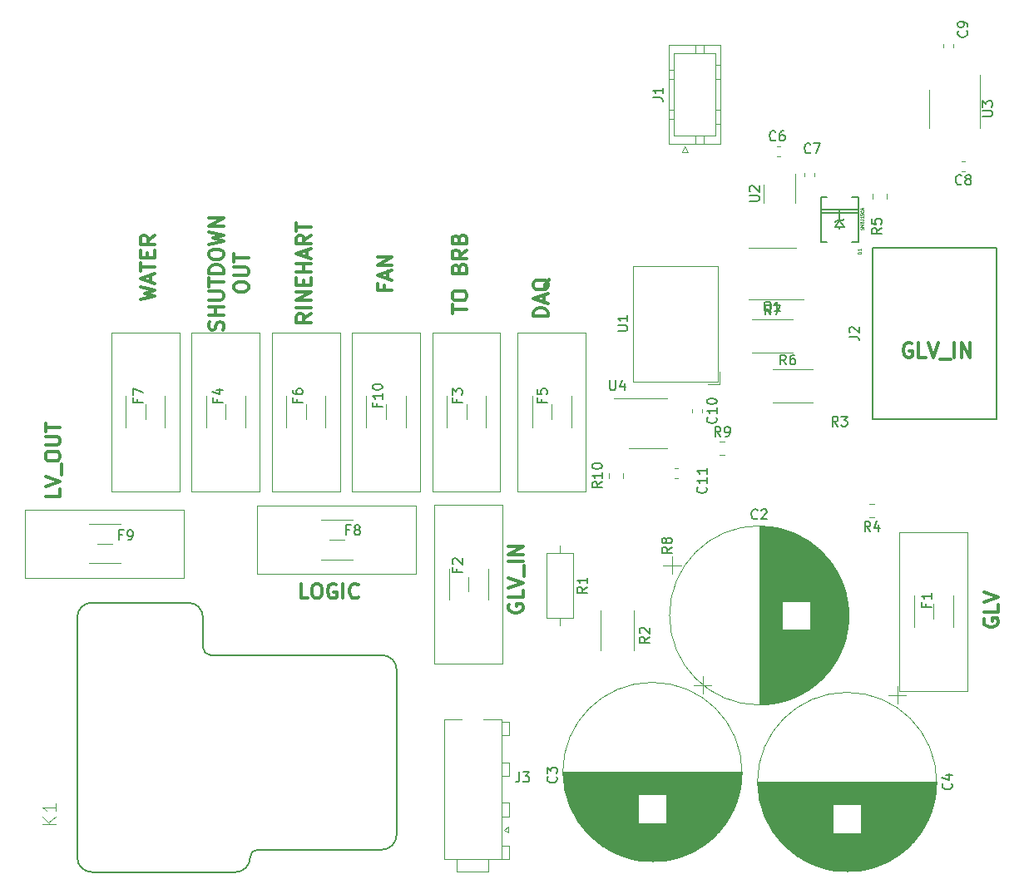
<source format=gbr>
G04 #@! TF.GenerationSoftware,KiCad,Pcbnew,5.1.5-52549c5~84~ubuntu18.04.1*
G04 #@! TF.CreationDate,2020-03-01T22:41:56-05:00*
G04 #@! TF.ProjectId,LV_Breakout,4c565f42-7265-4616-9b6f-75742e6b6963,rev?*
G04 #@! TF.SameCoordinates,Original*
G04 #@! TF.FileFunction,Legend,Top*
G04 #@! TF.FilePolarity,Positive*
%FSLAX46Y46*%
G04 Gerber Fmt 4.6, Leading zero omitted, Abs format (unit mm)*
G04 Created by KiCad (PCBNEW 5.1.5-52549c5~84~ubuntu18.04.1) date 2020-03-01 22:41:56*
%MOMM*%
%LPD*%
G04 APERTURE LIST*
%ADD10C,0.300000*%
%ADD11C,0.152400*%
%ADD12C,0.120000*%
%ADD13C,0.127000*%
%ADD14C,0.150000*%
%ADD15C,0.015000*%
%ADD16C,0.074930*%
%ADD17C,0.076200*%
G04 APERTURE END LIST*
D10*
X112946571Y-74012857D02*
X112946571Y-74727142D01*
X111446571Y-74727142D01*
X111446571Y-73727142D02*
X112946571Y-73227142D01*
X111446571Y-72727142D01*
X113089428Y-72584285D02*
X113089428Y-71441428D01*
X111446571Y-70798571D02*
X111446571Y-70512857D01*
X111518000Y-70370000D01*
X111660857Y-70227142D01*
X111946571Y-70155714D01*
X112446571Y-70155714D01*
X112732285Y-70227142D01*
X112875142Y-70370000D01*
X112946571Y-70512857D01*
X112946571Y-70798571D01*
X112875142Y-70941428D01*
X112732285Y-71084285D01*
X112446571Y-71155714D01*
X111946571Y-71155714D01*
X111660857Y-71084285D01*
X111518000Y-70941428D01*
X111446571Y-70798571D01*
X111446571Y-69512857D02*
X112660857Y-69512857D01*
X112803714Y-69441428D01*
X112875142Y-69370000D01*
X112946571Y-69227142D01*
X112946571Y-68941428D01*
X112875142Y-68798571D01*
X112803714Y-68727142D01*
X112660857Y-68655714D01*
X111446571Y-68655714D01*
X111446571Y-68155714D02*
X111446571Y-67298571D01*
X112946571Y-67727142D02*
X111446571Y-67727142D01*
X207022000Y-87217142D02*
X206950571Y-87360000D01*
X206950571Y-87574285D01*
X207022000Y-87788571D01*
X207164857Y-87931428D01*
X207307714Y-88002857D01*
X207593428Y-88074285D01*
X207807714Y-88074285D01*
X208093428Y-88002857D01*
X208236285Y-87931428D01*
X208379142Y-87788571D01*
X208450571Y-87574285D01*
X208450571Y-87431428D01*
X208379142Y-87217142D01*
X208307714Y-87145714D01*
X207807714Y-87145714D01*
X207807714Y-87431428D01*
X208450571Y-85788571D02*
X208450571Y-86502857D01*
X206950571Y-86502857D01*
X206950571Y-85502857D02*
X208450571Y-85002857D01*
X206950571Y-84502857D01*
X199612571Y-59194000D02*
X199469714Y-59122571D01*
X199255428Y-59122571D01*
X199041142Y-59194000D01*
X198898285Y-59336857D01*
X198826857Y-59479714D01*
X198755428Y-59765428D01*
X198755428Y-59979714D01*
X198826857Y-60265428D01*
X198898285Y-60408285D01*
X199041142Y-60551142D01*
X199255428Y-60622571D01*
X199398285Y-60622571D01*
X199612571Y-60551142D01*
X199684000Y-60479714D01*
X199684000Y-59979714D01*
X199398285Y-59979714D01*
X201041142Y-60622571D02*
X200326857Y-60622571D01*
X200326857Y-59122571D01*
X201326857Y-59122571D02*
X201826857Y-60622571D01*
X202326857Y-59122571D01*
X202469714Y-60765428D02*
X203612571Y-60765428D01*
X203969714Y-60622571D02*
X203969714Y-59122571D01*
X204684000Y-60622571D02*
X204684000Y-59122571D01*
X205541142Y-60622571D01*
X205541142Y-59122571D01*
X158635000Y-85756428D02*
X158563571Y-85899285D01*
X158563571Y-86113571D01*
X158635000Y-86327857D01*
X158777857Y-86470714D01*
X158920714Y-86542142D01*
X159206428Y-86613571D01*
X159420714Y-86613571D01*
X159706428Y-86542142D01*
X159849285Y-86470714D01*
X159992142Y-86327857D01*
X160063571Y-86113571D01*
X160063571Y-85970714D01*
X159992142Y-85756428D01*
X159920714Y-85685000D01*
X159420714Y-85685000D01*
X159420714Y-85970714D01*
X160063571Y-84327857D02*
X160063571Y-85042142D01*
X158563571Y-85042142D01*
X158563571Y-84042142D02*
X160063571Y-83542142D01*
X158563571Y-83042142D01*
X160206428Y-82899285D02*
X160206428Y-81756428D01*
X160063571Y-81399285D02*
X158563571Y-81399285D01*
X160063571Y-80685000D02*
X158563571Y-80685000D01*
X160063571Y-79827857D01*
X158563571Y-79827857D01*
X138156428Y-85133571D02*
X137442142Y-85133571D01*
X137442142Y-83633571D01*
X138942142Y-83633571D02*
X139227857Y-83633571D01*
X139370714Y-83705000D01*
X139513571Y-83847857D01*
X139585000Y-84133571D01*
X139585000Y-84633571D01*
X139513571Y-84919285D01*
X139370714Y-85062142D01*
X139227857Y-85133571D01*
X138942142Y-85133571D01*
X138799285Y-85062142D01*
X138656428Y-84919285D01*
X138585000Y-84633571D01*
X138585000Y-84133571D01*
X138656428Y-83847857D01*
X138799285Y-83705000D01*
X138942142Y-83633571D01*
X141013571Y-83705000D02*
X140870714Y-83633571D01*
X140656428Y-83633571D01*
X140442142Y-83705000D01*
X140299285Y-83847857D01*
X140227857Y-83990714D01*
X140156428Y-84276428D01*
X140156428Y-84490714D01*
X140227857Y-84776428D01*
X140299285Y-84919285D01*
X140442142Y-85062142D01*
X140656428Y-85133571D01*
X140799285Y-85133571D01*
X141013571Y-85062142D01*
X141085000Y-84990714D01*
X141085000Y-84490714D01*
X140799285Y-84490714D01*
X141727857Y-85133571D02*
X141727857Y-83633571D01*
X143299285Y-84990714D02*
X143227857Y-85062142D01*
X143013571Y-85133571D01*
X142870714Y-85133571D01*
X142656428Y-85062142D01*
X142513571Y-84919285D01*
X142442142Y-84776428D01*
X142370714Y-84490714D01*
X142370714Y-84276428D01*
X142442142Y-83990714D01*
X142513571Y-83847857D01*
X142656428Y-83705000D01*
X142870714Y-83633571D01*
X143013571Y-83633571D01*
X143227857Y-83705000D01*
X143299285Y-83776428D01*
X162603571Y-56431428D02*
X161103571Y-56431428D01*
X161103571Y-56074285D01*
X161175000Y-55860000D01*
X161317857Y-55717142D01*
X161460714Y-55645714D01*
X161746428Y-55574285D01*
X161960714Y-55574285D01*
X162246428Y-55645714D01*
X162389285Y-55717142D01*
X162532142Y-55860000D01*
X162603571Y-56074285D01*
X162603571Y-56431428D01*
X162175000Y-55002857D02*
X162175000Y-54288571D01*
X162603571Y-55145714D02*
X161103571Y-54645714D01*
X162603571Y-54145714D01*
X162746428Y-52645714D02*
X162675000Y-52788571D01*
X162532142Y-52931428D01*
X162317857Y-53145714D01*
X162246428Y-53288571D01*
X162246428Y-53431428D01*
X162603571Y-53360000D02*
X162532142Y-53502857D01*
X162389285Y-53645714D01*
X162103571Y-53717142D01*
X161603571Y-53717142D01*
X161317857Y-53645714D01*
X161175000Y-53502857D01*
X161103571Y-53360000D01*
X161103571Y-53074285D01*
X161175000Y-52931428D01*
X161317857Y-52788571D01*
X161603571Y-52717142D01*
X162103571Y-52717142D01*
X162389285Y-52788571D01*
X162532142Y-52931428D01*
X162603571Y-53074285D01*
X162603571Y-53360000D01*
X152848571Y-56105714D02*
X152848571Y-55248571D01*
X154348571Y-55677142D02*
X152848571Y-55677142D01*
X152848571Y-54462857D02*
X152848571Y-54177142D01*
X152920000Y-54034285D01*
X153062857Y-53891428D01*
X153348571Y-53820000D01*
X153848571Y-53820000D01*
X154134285Y-53891428D01*
X154277142Y-54034285D01*
X154348571Y-54177142D01*
X154348571Y-54462857D01*
X154277142Y-54605714D01*
X154134285Y-54748571D01*
X153848571Y-54820000D01*
X153348571Y-54820000D01*
X153062857Y-54748571D01*
X152920000Y-54605714D01*
X152848571Y-54462857D01*
X153562857Y-51534285D02*
X153634285Y-51320000D01*
X153705714Y-51248571D01*
X153848571Y-51177142D01*
X154062857Y-51177142D01*
X154205714Y-51248571D01*
X154277142Y-51320000D01*
X154348571Y-51462857D01*
X154348571Y-52034285D01*
X152848571Y-52034285D01*
X152848571Y-51534285D01*
X152920000Y-51391428D01*
X152991428Y-51320000D01*
X153134285Y-51248571D01*
X153277142Y-51248571D01*
X153420000Y-51320000D01*
X153491428Y-51391428D01*
X153562857Y-51534285D01*
X153562857Y-52034285D01*
X154348571Y-49677142D02*
X153634285Y-50177142D01*
X154348571Y-50534285D02*
X152848571Y-50534285D01*
X152848571Y-49962857D01*
X152920000Y-49820000D01*
X152991428Y-49748571D01*
X153134285Y-49677142D01*
X153348571Y-49677142D01*
X153491428Y-49748571D01*
X153562857Y-49820000D01*
X153634285Y-49962857D01*
X153634285Y-50534285D01*
X153562857Y-48534285D02*
X153634285Y-48320000D01*
X153705714Y-48248571D01*
X153848571Y-48177142D01*
X154062857Y-48177142D01*
X154205714Y-48248571D01*
X154277142Y-48320000D01*
X154348571Y-48462857D01*
X154348571Y-49034285D01*
X152848571Y-49034285D01*
X152848571Y-48534285D01*
X152920000Y-48391428D01*
X152991428Y-48320000D01*
X153134285Y-48248571D01*
X153277142Y-48248571D01*
X153420000Y-48320000D01*
X153491428Y-48391428D01*
X153562857Y-48534285D01*
X153562857Y-49034285D01*
X145942857Y-53284285D02*
X145942857Y-53784285D01*
X146728571Y-53784285D02*
X145228571Y-53784285D01*
X145228571Y-53070000D01*
X146300000Y-52570000D02*
X146300000Y-51855714D01*
X146728571Y-52712857D02*
X145228571Y-52212857D01*
X146728571Y-51712857D01*
X146728571Y-51212857D02*
X145228571Y-51212857D01*
X146728571Y-50355714D01*
X145228571Y-50355714D01*
X138473571Y-56177142D02*
X137759285Y-56677142D01*
X138473571Y-57034285D02*
X136973571Y-57034285D01*
X136973571Y-56462857D01*
X137045000Y-56320000D01*
X137116428Y-56248571D01*
X137259285Y-56177142D01*
X137473571Y-56177142D01*
X137616428Y-56248571D01*
X137687857Y-56320000D01*
X137759285Y-56462857D01*
X137759285Y-57034285D01*
X138473571Y-55534285D02*
X136973571Y-55534285D01*
X138473571Y-54820000D02*
X136973571Y-54820000D01*
X138473571Y-53962857D01*
X136973571Y-53962857D01*
X137687857Y-53248571D02*
X137687857Y-52748571D01*
X138473571Y-52534285D02*
X138473571Y-53248571D01*
X136973571Y-53248571D01*
X136973571Y-52534285D01*
X138473571Y-51891428D02*
X136973571Y-51891428D01*
X137687857Y-51891428D02*
X137687857Y-51034285D01*
X138473571Y-51034285D02*
X136973571Y-51034285D01*
X138045000Y-50391428D02*
X138045000Y-49677142D01*
X138473571Y-50534285D02*
X136973571Y-50034285D01*
X138473571Y-49534285D01*
X138473571Y-48177142D02*
X137759285Y-48677142D01*
X138473571Y-49034285D02*
X136973571Y-49034285D01*
X136973571Y-48462857D01*
X137045000Y-48320000D01*
X137116428Y-48248571D01*
X137259285Y-48177142D01*
X137473571Y-48177142D01*
X137616428Y-48248571D01*
X137687857Y-48320000D01*
X137759285Y-48462857D01*
X137759285Y-49034285D01*
X136973571Y-47748571D02*
X136973571Y-46891428D01*
X138473571Y-47320000D02*
X136973571Y-47320000D01*
X129507142Y-57820000D02*
X129578571Y-57605714D01*
X129578571Y-57248571D01*
X129507142Y-57105714D01*
X129435714Y-57034285D01*
X129292857Y-56962857D01*
X129150000Y-56962857D01*
X129007142Y-57034285D01*
X128935714Y-57105714D01*
X128864285Y-57248571D01*
X128792857Y-57534285D01*
X128721428Y-57677142D01*
X128650000Y-57748571D01*
X128507142Y-57820000D01*
X128364285Y-57820000D01*
X128221428Y-57748571D01*
X128150000Y-57677142D01*
X128078571Y-57534285D01*
X128078571Y-57177142D01*
X128150000Y-56962857D01*
X129578571Y-56320000D02*
X128078571Y-56320000D01*
X128792857Y-56320000D02*
X128792857Y-55462857D01*
X129578571Y-55462857D02*
X128078571Y-55462857D01*
X128078571Y-54748571D02*
X129292857Y-54748571D01*
X129435714Y-54677142D01*
X129507142Y-54605714D01*
X129578571Y-54462857D01*
X129578571Y-54177142D01*
X129507142Y-54034285D01*
X129435714Y-53962857D01*
X129292857Y-53891428D01*
X128078571Y-53891428D01*
X128078571Y-53391428D02*
X128078571Y-52534285D01*
X129578571Y-52962857D02*
X128078571Y-52962857D01*
X129578571Y-52034285D02*
X128078571Y-52034285D01*
X128078571Y-51677142D01*
X128150000Y-51462857D01*
X128292857Y-51320000D01*
X128435714Y-51248571D01*
X128721428Y-51177142D01*
X128935714Y-51177142D01*
X129221428Y-51248571D01*
X129364285Y-51320000D01*
X129507142Y-51462857D01*
X129578571Y-51677142D01*
X129578571Y-52034285D01*
X128078571Y-50248571D02*
X128078571Y-49962857D01*
X128150000Y-49820000D01*
X128292857Y-49677142D01*
X128578571Y-49605714D01*
X129078571Y-49605714D01*
X129364285Y-49677142D01*
X129507142Y-49820000D01*
X129578571Y-49962857D01*
X129578571Y-50248571D01*
X129507142Y-50391428D01*
X129364285Y-50534285D01*
X129078571Y-50605714D01*
X128578571Y-50605714D01*
X128292857Y-50534285D01*
X128150000Y-50391428D01*
X128078571Y-50248571D01*
X128078571Y-49105714D02*
X129578571Y-48748571D01*
X128507142Y-48462857D01*
X129578571Y-48177142D01*
X128078571Y-47820000D01*
X129578571Y-47248571D02*
X128078571Y-47248571D01*
X129578571Y-46391428D01*
X128078571Y-46391428D01*
X130628571Y-53570000D02*
X130628571Y-53284285D01*
X130700000Y-53141428D01*
X130842857Y-52998571D01*
X131128571Y-52927142D01*
X131628571Y-52927142D01*
X131914285Y-52998571D01*
X132057142Y-53141428D01*
X132128571Y-53284285D01*
X132128571Y-53570000D01*
X132057142Y-53712857D01*
X131914285Y-53855714D01*
X131628571Y-53927142D01*
X131128571Y-53927142D01*
X130842857Y-53855714D01*
X130700000Y-53712857D01*
X130628571Y-53570000D01*
X130628571Y-52284285D02*
X131842857Y-52284285D01*
X131985714Y-52212857D01*
X132057142Y-52141428D01*
X132128571Y-51998571D01*
X132128571Y-51712857D01*
X132057142Y-51570000D01*
X131985714Y-51498571D01*
X131842857Y-51427142D01*
X130628571Y-51427142D01*
X130628571Y-50927142D02*
X130628571Y-50070000D01*
X132128571Y-50498571D02*
X130628571Y-50498571D01*
X121098571Y-54720714D02*
X122598571Y-54363571D01*
X121527142Y-54077857D01*
X122598571Y-53792142D01*
X121098571Y-53435000D01*
X122170000Y-52935000D02*
X122170000Y-52220714D01*
X122598571Y-53077857D02*
X121098571Y-52577857D01*
X122598571Y-52077857D01*
X121098571Y-51792142D02*
X121098571Y-50935000D01*
X122598571Y-51363571D02*
X121098571Y-51363571D01*
X121812857Y-50435000D02*
X121812857Y-49935000D01*
X122598571Y-49720714D02*
X122598571Y-50435000D01*
X121098571Y-50435000D01*
X121098571Y-49720714D01*
X122598571Y-48220714D02*
X121884285Y-48720714D01*
X122598571Y-49077857D02*
X121098571Y-49077857D01*
X121098571Y-48506428D01*
X121170000Y-48363571D01*
X121241428Y-48292142D01*
X121384285Y-48220714D01*
X121598571Y-48220714D01*
X121741428Y-48292142D01*
X121812857Y-48363571D01*
X121884285Y-48506428D01*
X121884285Y-49077857D01*
D11*
X208254600Y-66903600D02*
X208254600Y-49428400D01*
X208254600Y-49428400D02*
X195605400Y-49428400D01*
X195605400Y-49428400D02*
X195605400Y-66903600D01*
X195605400Y-66903600D02*
X208254600Y-66903600D01*
D12*
X158564264Y-109012000D02*
X158140000Y-108712000D01*
X158564264Y-108412000D02*
X158564264Y-109012000D01*
X158140000Y-108712000D02*
X158564264Y-108412000D01*
X158600000Y-97682000D02*
X157840000Y-97682000D01*
X158600000Y-99042000D02*
X158600000Y-97682000D01*
X157840000Y-99042000D02*
X158600000Y-99042000D01*
X158600000Y-101822000D02*
X157840000Y-101822000D01*
X158600000Y-103182000D02*
X158600000Y-101822000D01*
X157840000Y-103182000D02*
X158600000Y-103182000D01*
X158600000Y-105962000D02*
X157840000Y-105962000D01*
X158600000Y-107322000D02*
X158600000Y-105962000D01*
X157840000Y-107322000D02*
X158600000Y-107322000D01*
X158600000Y-110307000D02*
X157840000Y-110307000D01*
X158600000Y-111667000D02*
X158600000Y-110307000D01*
X157840000Y-111667000D02*
X158600000Y-111667000D01*
X153330000Y-112967000D02*
X153330000Y-111667000D01*
X156550000Y-112967000D02*
X153330000Y-112967000D01*
X156550000Y-111667000D02*
X156550000Y-112967000D01*
X152040000Y-97477000D02*
X153836698Y-97477000D01*
X152040000Y-111667000D02*
X152040000Y-97477000D01*
X154940000Y-111667000D02*
X152040000Y-111667000D01*
X157840000Y-97477000D02*
X156043302Y-97477000D01*
X157840000Y-111667000D02*
X157840000Y-97477000D01*
X154940000Y-111667000D02*
X157840000Y-111667000D01*
X203837000Y-29014267D02*
X203837000Y-28671733D01*
X202817000Y-29014267D02*
X202817000Y-28671733D01*
X176230000Y-39690000D02*
X176530000Y-39090000D01*
X176830000Y-39690000D02*
X176230000Y-39690000D01*
X176530000Y-39090000D02*
X176830000Y-39690000D01*
X174920000Y-28770000D02*
X174920000Y-38890000D01*
X180140000Y-28770000D02*
X174920000Y-28770000D01*
X180140000Y-38890000D02*
X180140000Y-28770000D01*
X174920000Y-38890000D02*
X180140000Y-38890000D01*
X180140000Y-30800000D02*
X179630000Y-30800000D01*
X180140000Y-32300000D02*
X179630000Y-32300000D01*
X180140000Y-36860000D02*
X179630000Y-36860000D01*
X180140000Y-35360000D02*
X179630000Y-35360000D01*
X174920000Y-31360000D02*
X175430000Y-31360000D01*
X174920000Y-32300000D02*
X175430000Y-32300000D01*
X174920000Y-36300000D02*
X175430000Y-36300000D01*
X174920000Y-35360000D02*
X175430000Y-35360000D01*
X178430000Y-28770000D02*
X178430000Y-29630000D01*
X178430000Y-38890000D02*
X178430000Y-38030000D01*
X177630000Y-28770000D02*
X177630000Y-29630000D01*
X177630000Y-38890000D02*
X177630000Y-38030000D01*
X175430000Y-29630000D02*
X175430000Y-38030000D01*
X179630000Y-29630000D02*
X175430000Y-29630000D01*
X179630000Y-38030000D02*
X179630000Y-29630000D01*
X175430000Y-38030000D02*
X179630000Y-38030000D01*
X175826267Y-71880000D02*
X175483733Y-71880000D01*
X175826267Y-72900000D02*
X175483733Y-72900000D01*
X172785000Y-64750000D02*
X169335000Y-64750000D01*
X172785000Y-64750000D02*
X174735000Y-64750000D01*
X172785000Y-69870000D02*
X170835000Y-69870000D01*
X172785000Y-69870000D02*
X174735000Y-69870000D01*
X206522000Y-35306000D02*
X206522000Y-31856000D01*
X206522000Y-35306000D02*
X206522000Y-37256000D01*
X201402000Y-35306000D02*
X201402000Y-33356000D01*
X201402000Y-35306000D02*
X201402000Y-37256000D01*
X187792000Y-44842000D02*
X187792000Y-41892000D01*
X184572000Y-43042000D02*
X184572000Y-44842000D01*
X180100000Y-63301000D02*
X180100000Y-62061000D01*
X178860000Y-63301000D02*
X180100000Y-63301000D01*
X171240000Y-51340000D02*
X179860000Y-51340000D01*
X171240000Y-63061000D02*
X179860000Y-63061000D01*
X179860000Y-63061000D02*
X179860000Y-51340000D01*
X171240000Y-63061000D02*
X171240000Y-51340000D01*
X168835000Y-72373748D02*
X168835000Y-72896252D01*
X170255000Y-72373748D02*
X170255000Y-72896252D01*
X180078748Y-70560000D02*
X180601252Y-70560000D01*
X180078748Y-69140000D02*
X180601252Y-69140000D01*
X183367936Y-60130000D02*
X187472064Y-60130000D01*
X183367936Y-56710000D02*
X187472064Y-56710000D01*
X185460436Y-65210000D02*
X189564564Y-65210000D01*
X185460436Y-61790000D02*
X189564564Y-61790000D01*
X195632000Y-43943748D02*
X195632000Y-44466252D01*
X197052000Y-43943748D02*
X197052000Y-44466252D01*
X195841252Y-75490000D02*
X195318748Y-75490000D01*
X195841252Y-76910000D02*
X195318748Y-76910000D01*
X171382000Y-90444064D02*
X171382000Y-86339936D01*
X167962000Y-90444064D02*
X167962000Y-86339936D01*
X163830000Y-79780000D02*
X163830000Y-80550000D01*
X163830000Y-87860000D02*
X163830000Y-87090000D01*
X162460000Y-80550000D02*
X162460000Y-87090000D01*
X165200000Y-80550000D02*
X162460000Y-80550000D01*
X165200000Y-87090000D02*
X165200000Y-80550000D01*
X162460000Y-87090000D02*
X165200000Y-87090000D01*
X183020000Y-49470000D02*
X187820000Y-49470000D01*
X183020000Y-54670000D02*
X188620000Y-54670000D01*
D13*
X147190900Y-92407420D02*
X147190900Y-109219180D01*
X116181000Y-85575000D02*
X125980780Y-85575000D01*
X128242900Y-90907300D02*
X145690800Y-90907300D01*
X132280900Y-111481300D02*
X132280900Y-111505200D01*
X127480900Y-87075400D02*
X127480900Y-90145300D01*
X145690800Y-110719300D02*
X133042900Y-110719300D01*
X130780780Y-113005000D02*
X116181000Y-113005000D01*
X114680900Y-111505200D02*
X114680900Y-87075400D01*
X145690799Y-90907300D02*
G75*
G02X147190900Y-92407420I-12J-1500113D01*
G01*
X125980779Y-85575000D02*
G75*
G02X127480906Y-87075400I-139J-1500266D01*
G01*
X114680900Y-87075401D02*
G75*
G02X116181000Y-85575300I1500103J-2D01*
G01*
X116181001Y-113005000D02*
G75*
G02X114680900Y-111505200I-148J1499953D01*
G01*
X132280900Y-111505199D02*
G75*
G02X130780780Y-113005300I-1500113J12D01*
G01*
X147190900Y-109219179D02*
G75*
G02X145690800Y-110719300I-1500113J-8D01*
G01*
X128242900Y-90907300D02*
G75*
G02X127480900Y-90145300I0J762000D01*
G01*
X132280900Y-111481300D02*
G75*
G02X133042900Y-110719300I762000J0D01*
G01*
D12*
X142647140Y-74260000D02*
X149587140Y-74260000D01*
X149587140Y-74260000D02*
X149587140Y-58060000D01*
X149587140Y-58060000D02*
X142647140Y-58060000D01*
X142647140Y-58060000D02*
X142647140Y-74260000D01*
X146117140Y-66910000D02*
X146117140Y-65410000D01*
X148117140Y-64560000D02*
X148117140Y-67760000D01*
X144117140Y-67760000D02*
X144117140Y-64560000D01*
X125568000Y-83050000D02*
X125568000Y-76110000D01*
X125568000Y-76110000D02*
X109368000Y-76110000D01*
X109368000Y-76110000D02*
X109368000Y-83050000D01*
X109368000Y-83050000D02*
X125568000Y-83050000D01*
X118218000Y-79580000D02*
X116718000Y-79580000D01*
X115868000Y-77580000D02*
X119068000Y-77580000D01*
X119068000Y-81580000D02*
X115868000Y-81580000D01*
X132990000Y-75700000D02*
X132990000Y-82640000D01*
X132990000Y-82640000D02*
X149190000Y-82640000D01*
X149190000Y-82640000D02*
X149190000Y-75700000D01*
X149190000Y-75700000D02*
X132990000Y-75700000D01*
X140340000Y-79170000D02*
X141840000Y-79170000D01*
X142690000Y-81170000D02*
X139490000Y-81170000D01*
X139490000Y-77170000D02*
X142690000Y-77170000D01*
X118154285Y-74260000D02*
X125094285Y-74260000D01*
X125094285Y-74260000D02*
X125094285Y-58060000D01*
X125094285Y-58060000D02*
X118154285Y-58060000D01*
X118154285Y-58060000D02*
X118154285Y-74260000D01*
X121624285Y-66910000D02*
X121624285Y-65410000D01*
X123624285Y-64560000D02*
X123624285Y-67760000D01*
X119624285Y-67760000D02*
X119624285Y-64560000D01*
X134482855Y-74260000D02*
X141422855Y-74260000D01*
X141422855Y-74260000D02*
X141422855Y-58060000D01*
X141422855Y-58060000D02*
X134482855Y-58060000D01*
X134482855Y-58060000D02*
X134482855Y-74260000D01*
X137952855Y-66910000D02*
X137952855Y-65410000D01*
X139952855Y-64560000D02*
X139952855Y-67760000D01*
X135952855Y-67760000D02*
X135952855Y-64560000D01*
X159520000Y-74260000D02*
X166460000Y-74260000D01*
X166460000Y-74260000D02*
X166460000Y-58060000D01*
X166460000Y-58060000D02*
X159520000Y-58060000D01*
X159520000Y-58060000D02*
X159520000Y-74260000D01*
X162990000Y-66910000D02*
X162990000Y-65410000D01*
X164990000Y-64560000D02*
X164990000Y-67760000D01*
X160990000Y-67760000D02*
X160990000Y-64560000D01*
X126318570Y-74260000D02*
X133258570Y-74260000D01*
X133258570Y-74260000D02*
X133258570Y-58060000D01*
X133258570Y-58060000D02*
X126318570Y-58060000D01*
X126318570Y-58060000D02*
X126318570Y-74260000D01*
X129788570Y-66910000D02*
X129788570Y-65410000D01*
X131788570Y-64560000D02*
X131788570Y-67760000D01*
X127788570Y-67760000D02*
X127788570Y-64560000D01*
X157751425Y-58060000D02*
X150811425Y-58060000D01*
X150811425Y-58060000D02*
X150811425Y-74260000D01*
X150811425Y-74260000D02*
X157751425Y-74260000D01*
X157751425Y-74260000D02*
X157751425Y-58060000D01*
X154281425Y-65410000D02*
X154281425Y-66910000D01*
X152281425Y-67760000D02*
X152281425Y-64560000D01*
X156281425Y-64560000D02*
X156281425Y-67760000D01*
X157980000Y-75600000D02*
X151040000Y-75600000D01*
X151040000Y-75600000D02*
X151040000Y-91800000D01*
X151040000Y-91800000D02*
X157980000Y-91800000D01*
X157980000Y-91800000D02*
X157980000Y-75600000D01*
X154510000Y-82950000D02*
X154510000Y-84450000D01*
X152510000Y-85300000D02*
X152510000Y-82100000D01*
X156510000Y-82100000D02*
X156510000Y-85300000D01*
X198382000Y-94580000D02*
X205322000Y-94580000D01*
X205322000Y-94580000D02*
X205322000Y-78380000D01*
X205322000Y-78380000D02*
X198382000Y-78380000D01*
X198382000Y-78380000D02*
X198382000Y-94580000D01*
X201852000Y-87230000D02*
X201852000Y-85730000D01*
X203852000Y-84880000D02*
X203852000Y-88080000D01*
X199852000Y-88080000D02*
X199852000Y-84880000D01*
D13*
X192278000Y-46687740D02*
X192278000Y-45577760D01*
X192595500Y-46687740D02*
X192752980Y-46530260D01*
X192278000Y-46687740D02*
X192595500Y-46687740D01*
X191960500Y-46687740D02*
X191803020Y-46845220D01*
X192278000Y-46687740D02*
X191960500Y-46687740D01*
X192752980Y-47322740D02*
X192278000Y-46687740D01*
X192278000Y-47322740D02*
X192752980Y-47322740D01*
X191803020Y-47322740D02*
X192278000Y-47322740D01*
X192278000Y-46687740D02*
X191803020Y-47322740D01*
X191008000Y-48846740D02*
X190373000Y-48846740D01*
X194183000Y-44274740D02*
X193548000Y-44274740D01*
X194183000Y-48846740D02*
X194183000Y-44274740D01*
X193548000Y-48846740D02*
X194183000Y-48846740D01*
X194183000Y-45570140D02*
X190373000Y-45570140D01*
X194183000Y-45900340D02*
X190373000Y-45900340D01*
X190373000Y-44274740D02*
X191008000Y-44274740D01*
X190373000Y-48846740D02*
X190373000Y-44274740D01*
X192278000Y-47322740D02*
X192278000Y-47525940D01*
D12*
X177290000Y-65868733D02*
X177290000Y-66211267D01*
X178310000Y-65868733D02*
X178310000Y-66211267D01*
X205036267Y-40638000D02*
X204693733Y-40638000D01*
X205036267Y-41658000D02*
X204693733Y-41658000D01*
X188720000Y-41851733D02*
X188720000Y-42194267D01*
X189740000Y-41851733D02*
X189740000Y-42194267D01*
X186240267Y-39114000D02*
X185897733Y-39114000D01*
X186240267Y-40134000D02*
X185897733Y-40134000D01*
X199055000Y-94966560D02*
X197255000Y-94966560D01*
X198155000Y-94066560D02*
X198155000Y-95866560D01*
X193080000Y-112946000D02*
X193000000Y-112946000D01*
X193854000Y-112906000D02*
X192226000Y-112906000D01*
X194206000Y-112866000D02*
X191874000Y-112866000D01*
X194475000Y-112826000D02*
X191605000Y-112826000D01*
X194701000Y-112786000D02*
X191379000Y-112786000D01*
X194900000Y-112746000D02*
X191180000Y-112746000D01*
X195079000Y-112706000D02*
X191001000Y-112706000D01*
X195243000Y-112666000D02*
X190837000Y-112666000D01*
X195395000Y-112626000D02*
X190685000Y-112626000D01*
X195538000Y-112586000D02*
X190542000Y-112586000D01*
X195672000Y-112546000D02*
X190408000Y-112546000D01*
X195799000Y-112506000D02*
X190281000Y-112506000D01*
X195920000Y-112466000D02*
X190160000Y-112466000D01*
X196036000Y-112426000D02*
X190044000Y-112426000D01*
X196147000Y-112386000D02*
X189933000Y-112386000D01*
X196254000Y-112346000D02*
X189826000Y-112346000D01*
X196357000Y-112306000D02*
X189723000Y-112306000D01*
X196456000Y-112266000D02*
X189624000Y-112266000D01*
X196552000Y-112226000D02*
X189528000Y-112226000D01*
X196645000Y-112186000D02*
X189435000Y-112186000D01*
X196736000Y-112146000D02*
X189344000Y-112146000D01*
X196824000Y-112106000D02*
X189256000Y-112106000D01*
X196909000Y-112066000D02*
X189171000Y-112066000D01*
X196992000Y-112026000D02*
X189088000Y-112026000D01*
X197073000Y-111987000D02*
X189007000Y-111987000D01*
X197153000Y-111947000D02*
X188927000Y-111947000D01*
X197230000Y-111907000D02*
X188850000Y-111907000D01*
X197305000Y-111867000D02*
X188775000Y-111867000D01*
X197379000Y-111827000D02*
X188701000Y-111827000D01*
X197452000Y-111787000D02*
X188628000Y-111787000D01*
X197522000Y-111747000D02*
X188558000Y-111747000D01*
X197592000Y-111707000D02*
X188488000Y-111707000D01*
X197660000Y-111667000D02*
X188420000Y-111667000D01*
X197726000Y-111627000D02*
X188354000Y-111627000D01*
X197792000Y-111587000D02*
X188288000Y-111587000D01*
X197856000Y-111547000D02*
X188224000Y-111547000D01*
X197919000Y-111507000D02*
X188161000Y-111507000D01*
X197981000Y-111467000D02*
X188099000Y-111467000D01*
X198042000Y-111427000D02*
X188038000Y-111427000D01*
X198102000Y-111387000D02*
X187978000Y-111387000D01*
X198160000Y-111347000D02*
X187920000Y-111347000D01*
X198218000Y-111307000D02*
X187862000Y-111307000D01*
X198275000Y-111267000D02*
X187805000Y-111267000D01*
X198331000Y-111227000D02*
X187749000Y-111227000D01*
X198386000Y-111187000D02*
X187694000Y-111187000D01*
X198440000Y-111147000D02*
X187640000Y-111147000D01*
X198494000Y-111107000D02*
X187586000Y-111107000D01*
X198546000Y-111067000D02*
X187534000Y-111067000D01*
X198598000Y-111027000D02*
X187482000Y-111027000D01*
X198649000Y-110987000D02*
X187431000Y-110987000D01*
X198700000Y-110947000D02*
X187380000Y-110947000D01*
X198749000Y-110907000D02*
X187331000Y-110907000D01*
X198798000Y-110867000D02*
X187282000Y-110867000D01*
X198846000Y-110827000D02*
X187234000Y-110827000D01*
X198894000Y-110787000D02*
X187186000Y-110787000D01*
X198941000Y-110747000D02*
X187139000Y-110747000D01*
X198987000Y-110707000D02*
X187093000Y-110707000D01*
X199033000Y-110667000D02*
X187047000Y-110667000D01*
X199078000Y-110627000D02*
X187002000Y-110627000D01*
X199122000Y-110587000D02*
X186958000Y-110587000D01*
X199166000Y-110547000D02*
X186914000Y-110547000D01*
X199210000Y-110507000D02*
X186870000Y-110507000D01*
X199252000Y-110467000D02*
X186828000Y-110467000D01*
X199294000Y-110427000D02*
X186786000Y-110427000D01*
X199336000Y-110387000D02*
X186744000Y-110387000D01*
X199377000Y-110347000D02*
X186703000Y-110347000D01*
X199418000Y-110307000D02*
X186662000Y-110307000D01*
X199458000Y-110267000D02*
X186622000Y-110267000D01*
X199498000Y-110227000D02*
X186582000Y-110227000D01*
X199537000Y-110187000D02*
X186543000Y-110187000D01*
X199576000Y-110147000D02*
X186504000Y-110147000D01*
X199614000Y-110107000D02*
X186466000Y-110107000D01*
X199652000Y-110067000D02*
X186428000Y-110067000D01*
X199689000Y-110027000D02*
X186391000Y-110027000D01*
X199726000Y-109987000D02*
X186354000Y-109987000D01*
X199762000Y-109947000D02*
X186318000Y-109947000D01*
X199798000Y-109907000D02*
X186282000Y-109907000D01*
X199834000Y-109867000D02*
X186246000Y-109867000D01*
X199869000Y-109827000D02*
X186211000Y-109827000D01*
X199904000Y-109787000D02*
X186176000Y-109787000D01*
X199938000Y-109747000D02*
X186142000Y-109747000D01*
X199972000Y-109707000D02*
X186108000Y-109707000D01*
X200005000Y-109667000D02*
X186075000Y-109667000D01*
X200039000Y-109627000D02*
X186041000Y-109627000D01*
X200071000Y-109587000D02*
X186009000Y-109587000D01*
X200104000Y-109547000D02*
X185976000Y-109547000D01*
X200136000Y-109507000D02*
X185944000Y-109507000D01*
X200167000Y-109467000D02*
X185913000Y-109467000D01*
X200199000Y-109427000D02*
X185881000Y-109427000D01*
X200230000Y-109387000D02*
X185850000Y-109387000D01*
X200260000Y-109347000D02*
X185820000Y-109347000D01*
X200290000Y-109307000D02*
X185790000Y-109307000D01*
X200320000Y-109267000D02*
X185760000Y-109267000D01*
X200350000Y-109227000D02*
X185730000Y-109227000D01*
X200379000Y-109187000D02*
X185701000Y-109187000D01*
X200408000Y-109147000D02*
X185672000Y-109147000D01*
X200437000Y-109107000D02*
X185643000Y-109107000D01*
X200465000Y-109067000D02*
X185615000Y-109067000D01*
X200493000Y-109027000D02*
X185587000Y-109027000D01*
X191600000Y-108987000D02*
X185560000Y-108987000D01*
X200520000Y-108987000D02*
X194480000Y-108987000D01*
X191600000Y-108947000D02*
X185532000Y-108947000D01*
X200548000Y-108947000D02*
X194480000Y-108947000D01*
X191600000Y-108907000D02*
X185505000Y-108907000D01*
X200575000Y-108907000D02*
X194480000Y-108907000D01*
X191600000Y-108867000D02*
X185479000Y-108867000D01*
X200601000Y-108867000D02*
X194480000Y-108867000D01*
X191600000Y-108827000D02*
X185452000Y-108827000D01*
X200628000Y-108827000D02*
X194480000Y-108827000D01*
X191600000Y-108787000D02*
X185426000Y-108787000D01*
X200654000Y-108787000D02*
X194480000Y-108787000D01*
X191600000Y-108747000D02*
X185400000Y-108747000D01*
X200680000Y-108747000D02*
X194480000Y-108747000D01*
X191600000Y-108707000D02*
X185375000Y-108707000D01*
X200705000Y-108707000D02*
X194480000Y-108707000D01*
X191600000Y-108667000D02*
X185350000Y-108667000D01*
X200730000Y-108667000D02*
X194480000Y-108667000D01*
X191600000Y-108627000D02*
X185325000Y-108627000D01*
X200755000Y-108627000D02*
X194480000Y-108627000D01*
X191600000Y-108587000D02*
X185300000Y-108587000D01*
X200780000Y-108587000D02*
X194480000Y-108587000D01*
X191600000Y-108547000D02*
X185276000Y-108547000D01*
X200804000Y-108547000D02*
X194480000Y-108547000D01*
X191600000Y-108507000D02*
X185252000Y-108507000D01*
X200828000Y-108507000D02*
X194480000Y-108507000D01*
X191600000Y-108467000D02*
X185228000Y-108467000D01*
X200852000Y-108467000D02*
X194480000Y-108467000D01*
X191600000Y-108427000D02*
X185205000Y-108427000D01*
X200875000Y-108427000D02*
X194480000Y-108427000D01*
X191600000Y-108387000D02*
X185181000Y-108387000D01*
X200899000Y-108387000D02*
X194480000Y-108387000D01*
X191600000Y-108347000D02*
X185158000Y-108347000D01*
X200922000Y-108347000D02*
X194480000Y-108347000D01*
X191600000Y-108307000D02*
X185136000Y-108307000D01*
X200944000Y-108307000D02*
X194480000Y-108307000D01*
X191600000Y-108267000D02*
X185113000Y-108267000D01*
X200967000Y-108267000D02*
X194480000Y-108267000D01*
X191600000Y-108227000D02*
X185091000Y-108227000D01*
X200989000Y-108227000D02*
X194480000Y-108227000D01*
X191600000Y-108187000D02*
X185069000Y-108187000D01*
X201011000Y-108187000D02*
X194480000Y-108187000D01*
X191600000Y-108147000D02*
X185048000Y-108147000D01*
X201032000Y-108147000D02*
X194480000Y-108147000D01*
X191600000Y-108107000D02*
X185026000Y-108107000D01*
X201054000Y-108107000D02*
X194480000Y-108107000D01*
X191600000Y-108067000D02*
X185005000Y-108067000D01*
X201075000Y-108067000D02*
X194480000Y-108067000D01*
X191600000Y-108027000D02*
X184984000Y-108027000D01*
X201096000Y-108027000D02*
X194480000Y-108027000D01*
X191600000Y-107987000D02*
X184964000Y-107987000D01*
X201116000Y-107987000D02*
X194480000Y-107987000D01*
X191600000Y-107947000D02*
X184943000Y-107947000D01*
X201137000Y-107947000D02*
X194480000Y-107947000D01*
X191600000Y-107907000D02*
X184923000Y-107907000D01*
X201157000Y-107907000D02*
X194480000Y-107907000D01*
X191600000Y-107867000D02*
X184903000Y-107867000D01*
X201177000Y-107867000D02*
X194480000Y-107867000D01*
X191600000Y-107827000D02*
X184884000Y-107827000D01*
X201196000Y-107827000D02*
X194480000Y-107827000D01*
X191600000Y-107787000D02*
X184864000Y-107787000D01*
X201216000Y-107787000D02*
X194480000Y-107787000D01*
X191600000Y-107747000D02*
X184845000Y-107747000D01*
X201235000Y-107747000D02*
X194480000Y-107747000D01*
X191600000Y-107707000D02*
X184826000Y-107707000D01*
X201254000Y-107707000D02*
X194480000Y-107707000D01*
X191600000Y-107667000D02*
X184807000Y-107667000D01*
X201273000Y-107667000D02*
X194480000Y-107667000D01*
X191600000Y-107627000D02*
X184789000Y-107627000D01*
X201291000Y-107627000D02*
X194480000Y-107627000D01*
X191600000Y-107587000D02*
X184771000Y-107587000D01*
X201309000Y-107587000D02*
X194480000Y-107587000D01*
X191600000Y-107547000D02*
X184753000Y-107547000D01*
X201327000Y-107547000D02*
X194480000Y-107547000D01*
X191600000Y-107507000D02*
X184735000Y-107507000D01*
X201345000Y-107507000D02*
X194480000Y-107507000D01*
X191600000Y-107467000D02*
X184717000Y-107467000D01*
X201363000Y-107467000D02*
X194480000Y-107467000D01*
X191600000Y-107427000D02*
X184700000Y-107427000D01*
X201380000Y-107427000D02*
X194480000Y-107427000D01*
X191600000Y-107387000D02*
X184683000Y-107387000D01*
X201397000Y-107387000D02*
X194480000Y-107387000D01*
X191600000Y-107347000D02*
X184666000Y-107347000D01*
X201414000Y-107347000D02*
X194480000Y-107347000D01*
X191600000Y-107307000D02*
X184650000Y-107307000D01*
X201430000Y-107307000D02*
X194480000Y-107307000D01*
X191600000Y-107267000D02*
X184633000Y-107267000D01*
X201447000Y-107267000D02*
X194480000Y-107267000D01*
X191600000Y-107227000D02*
X184617000Y-107227000D01*
X201463000Y-107227000D02*
X194480000Y-107227000D01*
X191600000Y-107187000D02*
X184601000Y-107187000D01*
X201479000Y-107187000D02*
X194480000Y-107187000D01*
X191600000Y-107147000D02*
X184585000Y-107147000D01*
X201495000Y-107147000D02*
X194480000Y-107147000D01*
X191600000Y-107107000D02*
X184570000Y-107107000D01*
X201510000Y-107107000D02*
X194480000Y-107107000D01*
X191600000Y-107067000D02*
X184554000Y-107067000D01*
X201526000Y-107067000D02*
X194480000Y-107067000D01*
X191600000Y-107027000D02*
X184539000Y-107027000D01*
X201541000Y-107027000D02*
X194480000Y-107027000D01*
X191600000Y-106987000D02*
X184524000Y-106987000D01*
X201556000Y-106987000D02*
X194480000Y-106987000D01*
X191600000Y-106947000D02*
X184510000Y-106947000D01*
X201570000Y-106947000D02*
X194480000Y-106947000D01*
X191600000Y-106907000D02*
X184495000Y-106907000D01*
X201585000Y-106907000D02*
X194480000Y-106907000D01*
X191600000Y-106867000D02*
X184481000Y-106867000D01*
X201599000Y-106867000D02*
X194480000Y-106867000D01*
X191600000Y-106827000D02*
X184467000Y-106827000D01*
X201613000Y-106827000D02*
X194480000Y-106827000D01*
X191600000Y-106787000D02*
X184453000Y-106787000D01*
X201627000Y-106787000D02*
X194480000Y-106787000D01*
X191600000Y-106747000D02*
X184440000Y-106747000D01*
X201640000Y-106747000D02*
X194480000Y-106747000D01*
X191600000Y-106707000D02*
X184426000Y-106707000D01*
X201654000Y-106707000D02*
X194480000Y-106707000D01*
X191600000Y-106667000D02*
X184413000Y-106667000D01*
X201667000Y-106667000D02*
X194480000Y-106667000D01*
X191600000Y-106627000D02*
X184400000Y-106627000D01*
X201680000Y-106627000D02*
X194480000Y-106627000D01*
X191600000Y-106587000D02*
X184387000Y-106587000D01*
X201693000Y-106587000D02*
X194480000Y-106587000D01*
X191600000Y-106547000D02*
X184375000Y-106547000D01*
X201705000Y-106547000D02*
X194480000Y-106547000D01*
X191600000Y-106507000D02*
X184362000Y-106507000D01*
X201718000Y-106507000D02*
X194480000Y-106507000D01*
X191600000Y-106467000D02*
X184350000Y-106467000D01*
X201730000Y-106467000D02*
X194480000Y-106467000D01*
X191600000Y-106427000D02*
X184338000Y-106427000D01*
X201742000Y-106427000D02*
X194480000Y-106427000D01*
X191600000Y-106387000D02*
X184326000Y-106387000D01*
X201754000Y-106387000D02*
X194480000Y-106387000D01*
X191600000Y-106347000D02*
X184315000Y-106347000D01*
X201765000Y-106347000D02*
X194480000Y-106347000D01*
X191600000Y-106307000D02*
X184303000Y-106307000D01*
X201777000Y-106307000D02*
X194480000Y-106307000D01*
X191600000Y-106267000D02*
X184292000Y-106267000D01*
X201788000Y-106267000D02*
X194480000Y-106267000D01*
X191600000Y-106227000D02*
X184281000Y-106227000D01*
X201799000Y-106227000D02*
X194480000Y-106227000D01*
X191600000Y-106187000D02*
X184270000Y-106187000D01*
X201810000Y-106187000D02*
X194480000Y-106187000D01*
X191600000Y-106147000D02*
X184260000Y-106147000D01*
X201820000Y-106147000D02*
X194480000Y-106147000D01*
X201831000Y-106107000D02*
X184249000Y-106107000D01*
X201841000Y-106067000D02*
X184239000Y-106067000D01*
X201851000Y-106027000D02*
X184229000Y-106027000D01*
X201861000Y-105987000D02*
X184219000Y-105987000D01*
X201871000Y-105947000D02*
X184209000Y-105947000D01*
X201880000Y-105907000D02*
X184200000Y-105907000D01*
X201889000Y-105867000D02*
X184191000Y-105867000D01*
X201898000Y-105827000D02*
X184182000Y-105827000D01*
X201907000Y-105787000D02*
X184173000Y-105787000D01*
X201916000Y-105747000D02*
X184164000Y-105747000D01*
X201925000Y-105707000D02*
X184155000Y-105707000D01*
X201933000Y-105667000D02*
X184147000Y-105667000D01*
X201941000Y-105627000D02*
X184139000Y-105627000D01*
X201949000Y-105587000D02*
X184131000Y-105587000D01*
X201957000Y-105547000D02*
X184123000Y-105547000D01*
X201964000Y-105507000D02*
X184116000Y-105507000D01*
X201972000Y-105467000D02*
X184108000Y-105467000D01*
X201979000Y-105427000D02*
X184101000Y-105427000D01*
X201986000Y-105387000D02*
X184094000Y-105387000D01*
X201993000Y-105347000D02*
X184087000Y-105347000D01*
X202000000Y-105307000D02*
X184080000Y-105307000D01*
X202006000Y-105267000D02*
X184074000Y-105267000D01*
X202012000Y-105227000D02*
X184068000Y-105227000D01*
X202019000Y-105187000D02*
X184061000Y-105187000D01*
X202024000Y-105147000D02*
X184056000Y-105147000D01*
X202030000Y-105107000D02*
X184050000Y-105107000D01*
X202036000Y-105067000D02*
X184044000Y-105067000D01*
X202041000Y-105027000D02*
X184039000Y-105027000D01*
X202046000Y-104987000D02*
X184034000Y-104987000D01*
X202051000Y-104947000D02*
X184029000Y-104947000D01*
X202056000Y-104907000D02*
X184024000Y-104907000D01*
X202061000Y-104867000D02*
X184019000Y-104867000D01*
X202066000Y-104827000D02*
X184014000Y-104827000D01*
X202070000Y-104787000D02*
X184010000Y-104787000D01*
X202074000Y-104747000D02*
X184006000Y-104747000D01*
X202078000Y-104707000D02*
X184002000Y-104707000D01*
X202082000Y-104667000D02*
X183998000Y-104667000D01*
X202085000Y-104627000D02*
X183995000Y-104627000D01*
X202089000Y-104587000D02*
X183991000Y-104587000D01*
X202092000Y-104547000D02*
X183988000Y-104547000D01*
X202095000Y-104506000D02*
X183985000Y-104506000D01*
X202098000Y-104466000D02*
X183982000Y-104466000D01*
X202101000Y-104426000D02*
X183979000Y-104426000D01*
X202103000Y-104386000D02*
X183977000Y-104386000D01*
X202106000Y-104346000D02*
X183974000Y-104346000D01*
X202108000Y-104306000D02*
X183972000Y-104306000D01*
X202110000Y-104266000D02*
X183970000Y-104266000D01*
X202112000Y-104226000D02*
X183968000Y-104226000D01*
X202113000Y-104186000D02*
X183967000Y-104186000D01*
X202115000Y-104146000D02*
X183965000Y-104146000D01*
X202116000Y-104106000D02*
X183964000Y-104106000D01*
X202117000Y-104066000D02*
X183963000Y-104066000D01*
X202118000Y-104026000D02*
X183962000Y-104026000D01*
X202119000Y-103986000D02*
X183961000Y-103986000D01*
X202120000Y-103946000D02*
X183960000Y-103946000D01*
X202120000Y-103906000D02*
X183960000Y-103906000D01*
X202120000Y-103866000D02*
X183960000Y-103866000D01*
X202121000Y-103826000D02*
X183959000Y-103826000D01*
X202160000Y-103826000D02*
G75*
G03X202160000Y-103826000I-9120000J0D01*
G01*
X179243000Y-93950560D02*
X177443000Y-93950560D01*
X178343000Y-93050560D02*
X178343000Y-94850560D01*
X173268000Y-111930000D02*
X173188000Y-111930000D01*
X174042000Y-111890000D02*
X172414000Y-111890000D01*
X174394000Y-111850000D02*
X172062000Y-111850000D01*
X174663000Y-111810000D02*
X171793000Y-111810000D01*
X174889000Y-111770000D02*
X171567000Y-111770000D01*
X175088000Y-111730000D02*
X171368000Y-111730000D01*
X175267000Y-111690000D02*
X171189000Y-111690000D01*
X175431000Y-111650000D02*
X171025000Y-111650000D01*
X175583000Y-111610000D02*
X170873000Y-111610000D01*
X175726000Y-111570000D02*
X170730000Y-111570000D01*
X175860000Y-111530000D02*
X170596000Y-111530000D01*
X175987000Y-111490000D02*
X170469000Y-111490000D01*
X176108000Y-111450000D02*
X170348000Y-111450000D01*
X176224000Y-111410000D02*
X170232000Y-111410000D01*
X176335000Y-111370000D02*
X170121000Y-111370000D01*
X176442000Y-111330000D02*
X170014000Y-111330000D01*
X176545000Y-111290000D02*
X169911000Y-111290000D01*
X176644000Y-111250000D02*
X169812000Y-111250000D01*
X176740000Y-111210000D02*
X169716000Y-111210000D01*
X176833000Y-111170000D02*
X169623000Y-111170000D01*
X176924000Y-111130000D02*
X169532000Y-111130000D01*
X177012000Y-111090000D02*
X169444000Y-111090000D01*
X177097000Y-111050000D02*
X169359000Y-111050000D01*
X177180000Y-111010000D02*
X169276000Y-111010000D01*
X177261000Y-110971000D02*
X169195000Y-110971000D01*
X177341000Y-110931000D02*
X169115000Y-110931000D01*
X177418000Y-110891000D02*
X169038000Y-110891000D01*
X177493000Y-110851000D02*
X168963000Y-110851000D01*
X177567000Y-110811000D02*
X168889000Y-110811000D01*
X177640000Y-110771000D02*
X168816000Y-110771000D01*
X177710000Y-110731000D02*
X168746000Y-110731000D01*
X177780000Y-110691000D02*
X168676000Y-110691000D01*
X177848000Y-110651000D02*
X168608000Y-110651000D01*
X177914000Y-110611000D02*
X168542000Y-110611000D01*
X177980000Y-110571000D02*
X168476000Y-110571000D01*
X178044000Y-110531000D02*
X168412000Y-110531000D01*
X178107000Y-110491000D02*
X168349000Y-110491000D01*
X178169000Y-110451000D02*
X168287000Y-110451000D01*
X178230000Y-110411000D02*
X168226000Y-110411000D01*
X178290000Y-110371000D02*
X168166000Y-110371000D01*
X178348000Y-110331000D02*
X168108000Y-110331000D01*
X178406000Y-110291000D02*
X168050000Y-110291000D01*
X178463000Y-110251000D02*
X167993000Y-110251000D01*
X178519000Y-110211000D02*
X167937000Y-110211000D01*
X178574000Y-110171000D02*
X167882000Y-110171000D01*
X178628000Y-110131000D02*
X167828000Y-110131000D01*
X178682000Y-110091000D02*
X167774000Y-110091000D01*
X178734000Y-110051000D02*
X167722000Y-110051000D01*
X178786000Y-110011000D02*
X167670000Y-110011000D01*
X178837000Y-109971000D02*
X167619000Y-109971000D01*
X178888000Y-109931000D02*
X167568000Y-109931000D01*
X178937000Y-109891000D02*
X167519000Y-109891000D01*
X178986000Y-109851000D02*
X167470000Y-109851000D01*
X179034000Y-109811000D02*
X167422000Y-109811000D01*
X179082000Y-109771000D02*
X167374000Y-109771000D01*
X179129000Y-109731000D02*
X167327000Y-109731000D01*
X179175000Y-109691000D02*
X167281000Y-109691000D01*
X179221000Y-109651000D02*
X167235000Y-109651000D01*
X179266000Y-109611000D02*
X167190000Y-109611000D01*
X179310000Y-109571000D02*
X167146000Y-109571000D01*
X179354000Y-109531000D02*
X167102000Y-109531000D01*
X179398000Y-109491000D02*
X167058000Y-109491000D01*
X179440000Y-109451000D02*
X167016000Y-109451000D01*
X179482000Y-109411000D02*
X166974000Y-109411000D01*
X179524000Y-109371000D02*
X166932000Y-109371000D01*
X179565000Y-109331000D02*
X166891000Y-109331000D01*
X179606000Y-109291000D02*
X166850000Y-109291000D01*
X179646000Y-109251000D02*
X166810000Y-109251000D01*
X179686000Y-109211000D02*
X166770000Y-109211000D01*
X179725000Y-109171000D02*
X166731000Y-109171000D01*
X179764000Y-109131000D02*
X166692000Y-109131000D01*
X179802000Y-109091000D02*
X166654000Y-109091000D01*
X179840000Y-109051000D02*
X166616000Y-109051000D01*
X179877000Y-109011000D02*
X166579000Y-109011000D01*
X179914000Y-108971000D02*
X166542000Y-108971000D01*
X179950000Y-108931000D02*
X166506000Y-108931000D01*
X179986000Y-108891000D02*
X166470000Y-108891000D01*
X180022000Y-108851000D02*
X166434000Y-108851000D01*
X180057000Y-108811000D02*
X166399000Y-108811000D01*
X180092000Y-108771000D02*
X166364000Y-108771000D01*
X180126000Y-108731000D02*
X166330000Y-108731000D01*
X180160000Y-108691000D02*
X166296000Y-108691000D01*
X180193000Y-108651000D02*
X166263000Y-108651000D01*
X180227000Y-108611000D02*
X166229000Y-108611000D01*
X180259000Y-108571000D02*
X166197000Y-108571000D01*
X180292000Y-108531000D02*
X166164000Y-108531000D01*
X180324000Y-108491000D02*
X166132000Y-108491000D01*
X180355000Y-108451000D02*
X166101000Y-108451000D01*
X180387000Y-108411000D02*
X166069000Y-108411000D01*
X180418000Y-108371000D02*
X166038000Y-108371000D01*
X180448000Y-108331000D02*
X166008000Y-108331000D01*
X180478000Y-108291000D02*
X165978000Y-108291000D01*
X180508000Y-108251000D02*
X165948000Y-108251000D01*
X180538000Y-108211000D02*
X165918000Y-108211000D01*
X180567000Y-108171000D02*
X165889000Y-108171000D01*
X180596000Y-108131000D02*
X165860000Y-108131000D01*
X180625000Y-108091000D02*
X165831000Y-108091000D01*
X180653000Y-108051000D02*
X165803000Y-108051000D01*
X180681000Y-108011000D02*
X165775000Y-108011000D01*
X171788000Y-107971000D02*
X165748000Y-107971000D01*
X180708000Y-107971000D02*
X174668000Y-107971000D01*
X171788000Y-107931000D02*
X165720000Y-107931000D01*
X180736000Y-107931000D02*
X174668000Y-107931000D01*
X171788000Y-107891000D02*
X165693000Y-107891000D01*
X180763000Y-107891000D02*
X174668000Y-107891000D01*
X171788000Y-107851000D02*
X165667000Y-107851000D01*
X180789000Y-107851000D02*
X174668000Y-107851000D01*
X171788000Y-107811000D02*
X165640000Y-107811000D01*
X180816000Y-107811000D02*
X174668000Y-107811000D01*
X171788000Y-107771000D02*
X165614000Y-107771000D01*
X180842000Y-107771000D02*
X174668000Y-107771000D01*
X171788000Y-107731000D02*
X165588000Y-107731000D01*
X180868000Y-107731000D02*
X174668000Y-107731000D01*
X171788000Y-107691000D02*
X165563000Y-107691000D01*
X180893000Y-107691000D02*
X174668000Y-107691000D01*
X171788000Y-107651000D02*
X165538000Y-107651000D01*
X180918000Y-107651000D02*
X174668000Y-107651000D01*
X171788000Y-107611000D02*
X165513000Y-107611000D01*
X180943000Y-107611000D02*
X174668000Y-107611000D01*
X171788000Y-107571000D02*
X165488000Y-107571000D01*
X180968000Y-107571000D02*
X174668000Y-107571000D01*
X171788000Y-107531000D02*
X165464000Y-107531000D01*
X180992000Y-107531000D02*
X174668000Y-107531000D01*
X171788000Y-107491000D02*
X165440000Y-107491000D01*
X181016000Y-107491000D02*
X174668000Y-107491000D01*
X171788000Y-107451000D02*
X165416000Y-107451000D01*
X181040000Y-107451000D02*
X174668000Y-107451000D01*
X171788000Y-107411000D02*
X165393000Y-107411000D01*
X181063000Y-107411000D02*
X174668000Y-107411000D01*
X171788000Y-107371000D02*
X165369000Y-107371000D01*
X181087000Y-107371000D02*
X174668000Y-107371000D01*
X171788000Y-107331000D02*
X165346000Y-107331000D01*
X181110000Y-107331000D02*
X174668000Y-107331000D01*
X171788000Y-107291000D02*
X165324000Y-107291000D01*
X181132000Y-107291000D02*
X174668000Y-107291000D01*
X171788000Y-107251000D02*
X165301000Y-107251000D01*
X181155000Y-107251000D02*
X174668000Y-107251000D01*
X171788000Y-107211000D02*
X165279000Y-107211000D01*
X181177000Y-107211000D02*
X174668000Y-107211000D01*
X171788000Y-107171000D02*
X165257000Y-107171000D01*
X181199000Y-107171000D02*
X174668000Y-107171000D01*
X171788000Y-107131000D02*
X165236000Y-107131000D01*
X181220000Y-107131000D02*
X174668000Y-107131000D01*
X171788000Y-107091000D02*
X165214000Y-107091000D01*
X181242000Y-107091000D02*
X174668000Y-107091000D01*
X171788000Y-107051000D02*
X165193000Y-107051000D01*
X181263000Y-107051000D02*
X174668000Y-107051000D01*
X171788000Y-107011000D02*
X165172000Y-107011000D01*
X181284000Y-107011000D02*
X174668000Y-107011000D01*
X171788000Y-106971000D02*
X165152000Y-106971000D01*
X181304000Y-106971000D02*
X174668000Y-106971000D01*
X171788000Y-106931000D02*
X165131000Y-106931000D01*
X181325000Y-106931000D02*
X174668000Y-106931000D01*
X171788000Y-106891000D02*
X165111000Y-106891000D01*
X181345000Y-106891000D02*
X174668000Y-106891000D01*
X171788000Y-106851000D02*
X165091000Y-106851000D01*
X181365000Y-106851000D02*
X174668000Y-106851000D01*
X171788000Y-106811000D02*
X165072000Y-106811000D01*
X181384000Y-106811000D02*
X174668000Y-106811000D01*
X171788000Y-106771000D02*
X165052000Y-106771000D01*
X181404000Y-106771000D02*
X174668000Y-106771000D01*
X171788000Y-106731000D02*
X165033000Y-106731000D01*
X181423000Y-106731000D02*
X174668000Y-106731000D01*
X171788000Y-106691000D02*
X165014000Y-106691000D01*
X181442000Y-106691000D02*
X174668000Y-106691000D01*
X171788000Y-106651000D02*
X164995000Y-106651000D01*
X181461000Y-106651000D02*
X174668000Y-106651000D01*
X171788000Y-106611000D02*
X164977000Y-106611000D01*
X181479000Y-106611000D02*
X174668000Y-106611000D01*
X171788000Y-106571000D02*
X164959000Y-106571000D01*
X181497000Y-106571000D02*
X174668000Y-106571000D01*
X171788000Y-106531000D02*
X164941000Y-106531000D01*
X181515000Y-106531000D02*
X174668000Y-106531000D01*
X171788000Y-106491000D02*
X164923000Y-106491000D01*
X181533000Y-106491000D02*
X174668000Y-106491000D01*
X171788000Y-106451000D02*
X164905000Y-106451000D01*
X181551000Y-106451000D02*
X174668000Y-106451000D01*
X171788000Y-106411000D02*
X164888000Y-106411000D01*
X181568000Y-106411000D02*
X174668000Y-106411000D01*
X171788000Y-106371000D02*
X164871000Y-106371000D01*
X181585000Y-106371000D02*
X174668000Y-106371000D01*
X171788000Y-106331000D02*
X164854000Y-106331000D01*
X181602000Y-106331000D02*
X174668000Y-106331000D01*
X171788000Y-106291000D02*
X164838000Y-106291000D01*
X181618000Y-106291000D02*
X174668000Y-106291000D01*
X171788000Y-106251000D02*
X164821000Y-106251000D01*
X181635000Y-106251000D02*
X174668000Y-106251000D01*
X171788000Y-106211000D02*
X164805000Y-106211000D01*
X181651000Y-106211000D02*
X174668000Y-106211000D01*
X171788000Y-106171000D02*
X164789000Y-106171000D01*
X181667000Y-106171000D02*
X174668000Y-106171000D01*
X171788000Y-106131000D02*
X164773000Y-106131000D01*
X181683000Y-106131000D02*
X174668000Y-106131000D01*
X171788000Y-106091000D02*
X164758000Y-106091000D01*
X181698000Y-106091000D02*
X174668000Y-106091000D01*
X171788000Y-106051000D02*
X164742000Y-106051000D01*
X181714000Y-106051000D02*
X174668000Y-106051000D01*
X171788000Y-106011000D02*
X164727000Y-106011000D01*
X181729000Y-106011000D02*
X174668000Y-106011000D01*
X171788000Y-105971000D02*
X164712000Y-105971000D01*
X181744000Y-105971000D02*
X174668000Y-105971000D01*
X171788000Y-105931000D02*
X164698000Y-105931000D01*
X181758000Y-105931000D02*
X174668000Y-105931000D01*
X171788000Y-105891000D02*
X164683000Y-105891000D01*
X181773000Y-105891000D02*
X174668000Y-105891000D01*
X171788000Y-105851000D02*
X164669000Y-105851000D01*
X181787000Y-105851000D02*
X174668000Y-105851000D01*
X171788000Y-105811000D02*
X164655000Y-105811000D01*
X181801000Y-105811000D02*
X174668000Y-105811000D01*
X171788000Y-105771000D02*
X164641000Y-105771000D01*
X181815000Y-105771000D02*
X174668000Y-105771000D01*
X171788000Y-105731000D02*
X164628000Y-105731000D01*
X181828000Y-105731000D02*
X174668000Y-105731000D01*
X171788000Y-105691000D02*
X164614000Y-105691000D01*
X181842000Y-105691000D02*
X174668000Y-105691000D01*
X171788000Y-105651000D02*
X164601000Y-105651000D01*
X181855000Y-105651000D02*
X174668000Y-105651000D01*
X171788000Y-105611000D02*
X164588000Y-105611000D01*
X181868000Y-105611000D02*
X174668000Y-105611000D01*
X171788000Y-105571000D02*
X164575000Y-105571000D01*
X181881000Y-105571000D02*
X174668000Y-105571000D01*
X171788000Y-105531000D02*
X164563000Y-105531000D01*
X181893000Y-105531000D02*
X174668000Y-105531000D01*
X171788000Y-105491000D02*
X164550000Y-105491000D01*
X181906000Y-105491000D02*
X174668000Y-105491000D01*
X171788000Y-105451000D02*
X164538000Y-105451000D01*
X181918000Y-105451000D02*
X174668000Y-105451000D01*
X171788000Y-105411000D02*
X164526000Y-105411000D01*
X181930000Y-105411000D02*
X174668000Y-105411000D01*
X171788000Y-105371000D02*
X164514000Y-105371000D01*
X181942000Y-105371000D02*
X174668000Y-105371000D01*
X171788000Y-105331000D02*
X164503000Y-105331000D01*
X181953000Y-105331000D02*
X174668000Y-105331000D01*
X171788000Y-105291000D02*
X164491000Y-105291000D01*
X181965000Y-105291000D02*
X174668000Y-105291000D01*
X171788000Y-105251000D02*
X164480000Y-105251000D01*
X181976000Y-105251000D02*
X174668000Y-105251000D01*
X171788000Y-105211000D02*
X164469000Y-105211000D01*
X181987000Y-105211000D02*
X174668000Y-105211000D01*
X171788000Y-105171000D02*
X164458000Y-105171000D01*
X181998000Y-105171000D02*
X174668000Y-105171000D01*
X171788000Y-105131000D02*
X164448000Y-105131000D01*
X182008000Y-105131000D02*
X174668000Y-105131000D01*
X182019000Y-105091000D02*
X164437000Y-105091000D01*
X182029000Y-105051000D02*
X164427000Y-105051000D01*
X182039000Y-105011000D02*
X164417000Y-105011000D01*
X182049000Y-104971000D02*
X164407000Y-104971000D01*
X182059000Y-104931000D02*
X164397000Y-104931000D01*
X182068000Y-104891000D02*
X164388000Y-104891000D01*
X182077000Y-104851000D02*
X164379000Y-104851000D01*
X182086000Y-104811000D02*
X164370000Y-104811000D01*
X182095000Y-104771000D02*
X164361000Y-104771000D01*
X182104000Y-104731000D02*
X164352000Y-104731000D01*
X182113000Y-104691000D02*
X164343000Y-104691000D01*
X182121000Y-104651000D02*
X164335000Y-104651000D01*
X182129000Y-104611000D02*
X164327000Y-104611000D01*
X182137000Y-104571000D02*
X164319000Y-104571000D01*
X182145000Y-104531000D02*
X164311000Y-104531000D01*
X182152000Y-104491000D02*
X164304000Y-104491000D01*
X182160000Y-104451000D02*
X164296000Y-104451000D01*
X182167000Y-104411000D02*
X164289000Y-104411000D01*
X182174000Y-104371000D02*
X164282000Y-104371000D01*
X182181000Y-104331000D02*
X164275000Y-104331000D01*
X182188000Y-104291000D02*
X164268000Y-104291000D01*
X182194000Y-104251000D02*
X164262000Y-104251000D01*
X182200000Y-104211000D02*
X164256000Y-104211000D01*
X182207000Y-104171000D02*
X164249000Y-104171000D01*
X182212000Y-104131000D02*
X164244000Y-104131000D01*
X182218000Y-104091000D02*
X164238000Y-104091000D01*
X182224000Y-104051000D02*
X164232000Y-104051000D01*
X182229000Y-104011000D02*
X164227000Y-104011000D01*
X182234000Y-103971000D02*
X164222000Y-103971000D01*
X182239000Y-103931000D02*
X164217000Y-103931000D01*
X182244000Y-103891000D02*
X164212000Y-103891000D01*
X182249000Y-103851000D02*
X164207000Y-103851000D01*
X182254000Y-103811000D02*
X164202000Y-103811000D01*
X182258000Y-103771000D02*
X164198000Y-103771000D01*
X182262000Y-103731000D02*
X164194000Y-103731000D01*
X182266000Y-103691000D02*
X164190000Y-103691000D01*
X182270000Y-103651000D02*
X164186000Y-103651000D01*
X182273000Y-103611000D02*
X164183000Y-103611000D01*
X182277000Y-103571000D02*
X164179000Y-103571000D01*
X182280000Y-103531000D02*
X164176000Y-103531000D01*
X182283000Y-103490000D02*
X164173000Y-103490000D01*
X182286000Y-103450000D02*
X164170000Y-103450000D01*
X182289000Y-103410000D02*
X164167000Y-103410000D01*
X182291000Y-103370000D02*
X164165000Y-103370000D01*
X182294000Y-103330000D02*
X164162000Y-103330000D01*
X182296000Y-103290000D02*
X164160000Y-103290000D01*
X182298000Y-103250000D02*
X164158000Y-103250000D01*
X182300000Y-103210000D02*
X164156000Y-103210000D01*
X182301000Y-103170000D02*
X164155000Y-103170000D01*
X182303000Y-103130000D02*
X164153000Y-103130000D01*
X182304000Y-103090000D02*
X164152000Y-103090000D01*
X182305000Y-103050000D02*
X164151000Y-103050000D01*
X182306000Y-103010000D02*
X164150000Y-103010000D01*
X182307000Y-102970000D02*
X164149000Y-102970000D01*
X182308000Y-102930000D02*
X164148000Y-102930000D01*
X182308000Y-102890000D02*
X164148000Y-102890000D01*
X182308000Y-102850000D02*
X164148000Y-102850000D01*
X182309000Y-102810000D02*
X164147000Y-102810000D01*
X182348000Y-102810000D02*
G75*
G03X182348000Y-102810000I-9120000J0D01*
G01*
X175230560Y-80853000D02*
X175230560Y-82653000D01*
X174330560Y-81753000D02*
X176130560Y-81753000D01*
X193210000Y-86828000D02*
X193210000Y-86908000D01*
X193170000Y-86054000D02*
X193170000Y-87682000D01*
X193130000Y-85702000D02*
X193130000Y-88034000D01*
X193090000Y-85433000D02*
X193090000Y-88303000D01*
X193050000Y-85207000D02*
X193050000Y-88529000D01*
X193010000Y-85008000D02*
X193010000Y-88728000D01*
X192970000Y-84829000D02*
X192970000Y-88907000D01*
X192930000Y-84665000D02*
X192930000Y-89071000D01*
X192890000Y-84513000D02*
X192890000Y-89223000D01*
X192850000Y-84370000D02*
X192850000Y-89366000D01*
X192810000Y-84236000D02*
X192810000Y-89500000D01*
X192770000Y-84109000D02*
X192770000Y-89627000D01*
X192730000Y-83988000D02*
X192730000Y-89748000D01*
X192690000Y-83872000D02*
X192690000Y-89864000D01*
X192650000Y-83761000D02*
X192650000Y-89975000D01*
X192610000Y-83654000D02*
X192610000Y-90082000D01*
X192570000Y-83551000D02*
X192570000Y-90185000D01*
X192530000Y-83452000D02*
X192530000Y-90284000D01*
X192490000Y-83356000D02*
X192490000Y-90380000D01*
X192450000Y-83263000D02*
X192450000Y-90473000D01*
X192410000Y-83172000D02*
X192410000Y-90564000D01*
X192370000Y-83084000D02*
X192370000Y-90652000D01*
X192330000Y-82999000D02*
X192330000Y-90737000D01*
X192290000Y-82916000D02*
X192290000Y-90820000D01*
X192251000Y-82835000D02*
X192251000Y-90901000D01*
X192211000Y-82755000D02*
X192211000Y-90981000D01*
X192171000Y-82678000D02*
X192171000Y-91058000D01*
X192131000Y-82603000D02*
X192131000Y-91133000D01*
X192091000Y-82529000D02*
X192091000Y-91207000D01*
X192051000Y-82456000D02*
X192051000Y-91280000D01*
X192011000Y-82386000D02*
X192011000Y-91350000D01*
X191971000Y-82316000D02*
X191971000Y-91420000D01*
X191931000Y-82248000D02*
X191931000Y-91488000D01*
X191891000Y-82182000D02*
X191891000Y-91554000D01*
X191851000Y-82116000D02*
X191851000Y-91620000D01*
X191811000Y-82052000D02*
X191811000Y-91684000D01*
X191771000Y-81989000D02*
X191771000Y-91747000D01*
X191731000Y-81927000D02*
X191731000Y-91809000D01*
X191691000Y-81866000D02*
X191691000Y-91870000D01*
X191651000Y-81806000D02*
X191651000Y-91930000D01*
X191611000Y-81748000D02*
X191611000Y-91988000D01*
X191571000Y-81690000D02*
X191571000Y-92046000D01*
X191531000Y-81633000D02*
X191531000Y-92103000D01*
X191491000Y-81577000D02*
X191491000Y-92159000D01*
X191451000Y-81522000D02*
X191451000Y-92214000D01*
X191411000Y-81468000D02*
X191411000Y-92268000D01*
X191371000Y-81414000D02*
X191371000Y-92322000D01*
X191331000Y-81362000D02*
X191331000Y-92374000D01*
X191291000Y-81310000D02*
X191291000Y-92426000D01*
X191251000Y-81259000D02*
X191251000Y-92477000D01*
X191211000Y-81208000D02*
X191211000Y-92528000D01*
X191171000Y-81159000D02*
X191171000Y-92577000D01*
X191131000Y-81110000D02*
X191131000Y-92626000D01*
X191091000Y-81062000D02*
X191091000Y-92674000D01*
X191051000Y-81014000D02*
X191051000Y-92722000D01*
X191011000Y-80967000D02*
X191011000Y-92769000D01*
X190971000Y-80921000D02*
X190971000Y-92815000D01*
X190931000Y-80875000D02*
X190931000Y-92861000D01*
X190891000Y-80830000D02*
X190891000Y-92906000D01*
X190851000Y-80786000D02*
X190851000Y-92950000D01*
X190811000Y-80742000D02*
X190811000Y-92994000D01*
X190771000Y-80698000D02*
X190771000Y-93038000D01*
X190731000Y-80656000D02*
X190731000Y-93080000D01*
X190691000Y-80614000D02*
X190691000Y-93122000D01*
X190651000Y-80572000D02*
X190651000Y-93164000D01*
X190611000Y-80531000D02*
X190611000Y-93205000D01*
X190571000Y-80490000D02*
X190571000Y-93246000D01*
X190531000Y-80450000D02*
X190531000Y-93286000D01*
X190491000Y-80410000D02*
X190491000Y-93326000D01*
X190451000Y-80371000D02*
X190451000Y-93365000D01*
X190411000Y-80332000D02*
X190411000Y-93404000D01*
X190371000Y-80294000D02*
X190371000Y-93442000D01*
X190331000Y-80256000D02*
X190331000Y-93480000D01*
X190291000Y-80219000D02*
X190291000Y-93517000D01*
X190251000Y-80182000D02*
X190251000Y-93554000D01*
X190211000Y-80146000D02*
X190211000Y-93590000D01*
X190171000Y-80110000D02*
X190171000Y-93626000D01*
X190131000Y-80074000D02*
X190131000Y-93662000D01*
X190091000Y-80039000D02*
X190091000Y-93697000D01*
X190051000Y-80004000D02*
X190051000Y-93732000D01*
X190011000Y-79970000D02*
X190011000Y-93766000D01*
X189971000Y-79936000D02*
X189971000Y-93800000D01*
X189931000Y-79903000D02*
X189931000Y-93833000D01*
X189891000Y-79869000D02*
X189891000Y-93867000D01*
X189851000Y-79837000D02*
X189851000Y-93899000D01*
X189811000Y-79804000D02*
X189811000Y-93932000D01*
X189771000Y-79772000D02*
X189771000Y-93964000D01*
X189731000Y-79741000D02*
X189731000Y-93995000D01*
X189691000Y-79709000D02*
X189691000Y-94027000D01*
X189651000Y-79678000D02*
X189651000Y-94058000D01*
X189611000Y-79648000D02*
X189611000Y-94088000D01*
X189571000Y-79618000D02*
X189571000Y-94118000D01*
X189531000Y-79588000D02*
X189531000Y-94148000D01*
X189491000Y-79558000D02*
X189491000Y-94178000D01*
X189451000Y-79529000D02*
X189451000Y-94207000D01*
X189411000Y-79500000D02*
X189411000Y-94236000D01*
X189371000Y-79471000D02*
X189371000Y-94265000D01*
X189331000Y-79443000D02*
X189331000Y-94293000D01*
X189291000Y-79415000D02*
X189291000Y-94321000D01*
X189251000Y-88308000D02*
X189251000Y-94348000D01*
X189251000Y-79388000D02*
X189251000Y-85428000D01*
X189211000Y-88308000D02*
X189211000Y-94376000D01*
X189211000Y-79360000D02*
X189211000Y-85428000D01*
X189171000Y-88308000D02*
X189171000Y-94403000D01*
X189171000Y-79333000D02*
X189171000Y-85428000D01*
X189131000Y-88308000D02*
X189131000Y-94429000D01*
X189131000Y-79307000D02*
X189131000Y-85428000D01*
X189091000Y-88308000D02*
X189091000Y-94456000D01*
X189091000Y-79280000D02*
X189091000Y-85428000D01*
X189051000Y-88308000D02*
X189051000Y-94482000D01*
X189051000Y-79254000D02*
X189051000Y-85428000D01*
X189011000Y-88308000D02*
X189011000Y-94508000D01*
X189011000Y-79228000D02*
X189011000Y-85428000D01*
X188971000Y-88308000D02*
X188971000Y-94533000D01*
X188971000Y-79203000D02*
X188971000Y-85428000D01*
X188931000Y-88308000D02*
X188931000Y-94558000D01*
X188931000Y-79178000D02*
X188931000Y-85428000D01*
X188891000Y-88308000D02*
X188891000Y-94583000D01*
X188891000Y-79153000D02*
X188891000Y-85428000D01*
X188851000Y-88308000D02*
X188851000Y-94608000D01*
X188851000Y-79128000D02*
X188851000Y-85428000D01*
X188811000Y-88308000D02*
X188811000Y-94632000D01*
X188811000Y-79104000D02*
X188811000Y-85428000D01*
X188771000Y-88308000D02*
X188771000Y-94656000D01*
X188771000Y-79080000D02*
X188771000Y-85428000D01*
X188731000Y-88308000D02*
X188731000Y-94680000D01*
X188731000Y-79056000D02*
X188731000Y-85428000D01*
X188691000Y-88308000D02*
X188691000Y-94703000D01*
X188691000Y-79033000D02*
X188691000Y-85428000D01*
X188651000Y-88308000D02*
X188651000Y-94727000D01*
X188651000Y-79009000D02*
X188651000Y-85428000D01*
X188611000Y-88308000D02*
X188611000Y-94750000D01*
X188611000Y-78986000D02*
X188611000Y-85428000D01*
X188571000Y-88308000D02*
X188571000Y-94772000D01*
X188571000Y-78964000D02*
X188571000Y-85428000D01*
X188531000Y-88308000D02*
X188531000Y-94795000D01*
X188531000Y-78941000D02*
X188531000Y-85428000D01*
X188491000Y-88308000D02*
X188491000Y-94817000D01*
X188491000Y-78919000D02*
X188491000Y-85428000D01*
X188451000Y-88308000D02*
X188451000Y-94839000D01*
X188451000Y-78897000D02*
X188451000Y-85428000D01*
X188411000Y-88308000D02*
X188411000Y-94860000D01*
X188411000Y-78876000D02*
X188411000Y-85428000D01*
X188371000Y-88308000D02*
X188371000Y-94882000D01*
X188371000Y-78854000D02*
X188371000Y-85428000D01*
X188331000Y-88308000D02*
X188331000Y-94903000D01*
X188331000Y-78833000D02*
X188331000Y-85428000D01*
X188291000Y-88308000D02*
X188291000Y-94924000D01*
X188291000Y-78812000D02*
X188291000Y-85428000D01*
X188251000Y-88308000D02*
X188251000Y-94944000D01*
X188251000Y-78792000D02*
X188251000Y-85428000D01*
X188211000Y-88308000D02*
X188211000Y-94965000D01*
X188211000Y-78771000D02*
X188211000Y-85428000D01*
X188171000Y-88308000D02*
X188171000Y-94985000D01*
X188171000Y-78751000D02*
X188171000Y-85428000D01*
X188131000Y-88308000D02*
X188131000Y-95005000D01*
X188131000Y-78731000D02*
X188131000Y-85428000D01*
X188091000Y-88308000D02*
X188091000Y-95024000D01*
X188091000Y-78712000D02*
X188091000Y-85428000D01*
X188051000Y-88308000D02*
X188051000Y-95044000D01*
X188051000Y-78692000D02*
X188051000Y-85428000D01*
X188011000Y-88308000D02*
X188011000Y-95063000D01*
X188011000Y-78673000D02*
X188011000Y-85428000D01*
X187971000Y-88308000D02*
X187971000Y-95082000D01*
X187971000Y-78654000D02*
X187971000Y-85428000D01*
X187931000Y-88308000D02*
X187931000Y-95101000D01*
X187931000Y-78635000D02*
X187931000Y-85428000D01*
X187891000Y-88308000D02*
X187891000Y-95119000D01*
X187891000Y-78617000D02*
X187891000Y-85428000D01*
X187851000Y-88308000D02*
X187851000Y-95137000D01*
X187851000Y-78599000D02*
X187851000Y-85428000D01*
X187811000Y-88308000D02*
X187811000Y-95155000D01*
X187811000Y-78581000D02*
X187811000Y-85428000D01*
X187771000Y-88308000D02*
X187771000Y-95173000D01*
X187771000Y-78563000D02*
X187771000Y-85428000D01*
X187731000Y-88308000D02*
X187731000Y-95191000D01*
X187731000Y-78545000D02*
X187731000Y-85428000D01*
X187691000Y-88308000D02*
X187691000Y-95208000D01*
X187691000Y-78528000D02*
X187691000Y-85428000D01*
X187651000Y-88308000D02*
X187651000Y-95225000D01*
X187651000Y-78511000D02*
X187651000Y-85428000D01*
X187611000Y-88308000D02*
X187611000Y-95242000D01*
X187611000Y-78494000D02*
X187611000Y-85428000D01*
X187571000Y-88308000D02*
X187571000Y-95258000D01*
X187571000Y-78478000D02*
X187571000Y-85428000D01*
X187531000Y-88308000D02*
X187531000Y-95275000D01*
X187531000Y-78461000D02*
X187531000Y-85428000D01*
X187491000Y-88308000D02*
X187491000Y-95291000D01*
X187491000Y-78445000D02*
X187491000Y-85428000D01*
X187451000Y-88308000D02*
X187451000Y-95307000D01*
X187451000Y-78429000D02*
X187451000Y-85428000D01*
X187411000Y-88308000D02*
X187411000Y-95323000D01*
X187411000Y-78413000D02*
X187411000Y-85428000D01*
X187371000Y-88308000D02*
X187371000Y-95338000D01*
X187371000Y-78398000D02*
X187371000Y-85428000D01*
X187331000Y-88308000D02*
X187331000Y-95354000D01*
X187331000Y-78382000D02*
X187331000Y-85428000D01*
X187291000Y-88308000D02*
X187291000Y-95369000D01*
X187291000Y-78367000D02*
X187291000Y-85428000D01*
X187251000Y-88308000D02*
X187251000Y-95384000D01*
X187251000Y-78352000D02*
X187251000Y-85428000D01*
X187211000Y-88308000D02*
X187211000Y-95398000D01*
X187211000Y-78338000D02*
X187211000Y-85428000D01*
X187171000Y-88308000D02*
X187171000Y-95413000D01*
X187171000Y-78323000D02*
X187171000Y-85428000D01*
X187131000Y-88308000D02*
X187131000Y-95427000D01*
X187131000Y-78309000D02*
X187131000Y-85428000D01*
X187091000Y-88308000D02*
X187091000Y-95441000D01*
X187091000Y-78295000D02*
X187091000Y-85428000D01*
X187051000Y-88308000D02*
X187051000Y-95455000D01*
X187051000Y-78281000D02*
X187051000Y-85428000D01*
X187011000Y-88308000D02*
X187011000Y-95468000D01*
X187011000Y-78268000D02*
X187011000Y-85428000D01*
X186971000Y-88308000D02*
X186971000Y-95482000D01*
X186971000Y-78254000D02*
X186971000Y-85428000D01*
X186931000Y-88308000D02*
X186931000Y-95495000D01*
X186931000Y-78241000D02*
X186931000Y-85428000D01*
X186891000Y-88308000D02*
X186891000Y-95508000D01*
X186891000Y-78228000D02*
X186891000Y-85428000D01*
X186851000Y-88308000D02*
X186851000Y-95521000D01*
X186851000Y-78215000D02*
X186851000Y-85428000D01*
X186811000Y-88308000D02*
X186811000Y-95533000D01*
X186811000Y-78203000D02*
X186811000Y-85428000D01*
X186771000Y-88308000D02*
X186771000Y-95546000D01*
X186771000Y-78190000D02*
X186771000Y-85428000D01*
X186731000Y-88308000D02*
X186731000Y-95558000D01*
X186731000Y-78178000D02*
X186731000Y-85428000D01*
X186691000Y-88308000D02*
X186691000Y-95570000D01*
X186691000Y-78166000D02*
X186691000Y-85428000D01*
X186651000Y-88308000D02*
X186651000Y-95582000D01*
X186651000Y-78154000D02*
X186651000Y-85428000D01*
X186611000Y-88308000D02*
X186611000Y-95593000D01*
X186611000Y-78143000D02*
X186611000Y-85428000D01*
X186571000Y-88308000D02*
X186571000Y-95605000D01*
X186571000Y-78131000D02*
X186571000Y-85428000D01*
X186531000Y-88308000D02*
X186531000Y-95616000D01*
X186531000Y-78120000D02*
X186531000Y-85428000D01*
X186491000Y-88308000D02*
X186491000Y-95627000D01*
X186491000Y-78109000D02*
X186491000Y-85428000D01*
X186451000Y-88308000D02*
X186451000Y-95638000D01*
X186451000Y-78098000D02*
X186451000Y-85428000D01*
X186411000Y-88308000D02*
X186411000Y-95648000D01*
X186411000Y-78088000D02*
X186411000Y-85428000D01*
X186371000Y-78077000D02*
X186371000Y-95659000D01*
X186331000Y-78067000D02*
X186331000Y-95669000D01*
X186291000Y-78057000D02*
X186291000Y-95679000D01*
X186251000Y-78047000D02*
X186251000Y-95689000D01*
X186211000Y-78037000D02*
X186211000Y-95699000D01*
X186171000Y-78028000D02*
X186171000Y-95708000D01*
X186131000Y-78019000D02*
X186131000Y-95717000D01*
X186091000Y-78010000D02*
X186091000Y-95726000D01*
X186051000Y-78001000D02*
X186051000Y-95735000D01*
X186011000Y-77992000D02*
X186011000Y-95744000D01*
X185971000Y-77983000D02*
X185971000Y-95753000D01*
X185931000Y-77975000D02*
X185931000Y-95761000D01*
X185891000Y-77967000D02*
X185891000Y-95769000D01*
X185851000Y-77959000D02*
X185851000Y-95777000D01*
X185811000Y-77951000D02*
X185811000Y-95785000D01*
X185771000Y-77944000D02*
X185771000Y-95792000D01*
X185731000Y-77936000D02*
X185731000Y-95800000D01*
X185691000Y-77929000D02*
X185691000Y-95807000D01*
X185651000Y-77922000D02*
X185651000Y-95814000D01*
X185611000Y-77915000D02*
X185611000Y-95821000D01*
X185571000Y-77908000D02*
X185571000Y-95828000D01*
X185531000Y-77902000D02*
X185531000Y-95834000D01*
X185491000Y-77896000D02*
X185491000Y-95840000D01*
X185451000Y-77889000D02*
X185451000Y-95847000D01*
X185411000Y-77884000D02*
X185411000Y-95852000D01*
X185371000Y-77878000D02*
X185371000Y-95858000D01*
X185331000Y-77872000D02*
X185331000Y-95864000D01*
X185291000Y-77867000D02*
X185291000Y-95869000D01*
X185251000Y-77862000D02*
X185251000Y-95874000D01*
X185211000Y-77857000D02*
X185211000Y-95879000D01*
X185171000Y-77852000D02*
X185171000Y-95884000D01*
X185131000Y-77847000D02*
X185131000Y-95889000D01*
X185091000Y-77842000D02*
X185091000Y-95894000D01*
X185051000Y-77838000D02*
X185051000Y-95898000D01*
X185011000Y-77834000D02*
X185011000Y-95902000D01*
X184971000Y-77830000D02*
X184971000Y-95906000D01*
X184931000Y-77826000D02*
X184931000Y-95910000D01*
X184891000Y-77823000D02*
X184891000Y-95913000D01*
X184851000Y-77819000D02*
X184851000Y-95917000D01*
X184811000Y-77816000D02*
X184811000Y-95920000D01*
X184770000Y-77813000D02*
X184770000Y-95923000D01*
X184730000Y-77810000D02*
X184730000Y-95926000D01*
X184690000Y-77807000D02*
X184690000Y-95929000D01*
X184650000Y-77805000D02*
X184650000Y-95931000D01*
X184610000Y-77802000D02*
X184610000Y-95934000D01*
X184570000Y-77800000D02*
X184570000Y-95936000D01*
X184530000Y-77798000D02*
X184530000Y-95938000D01*
X184490000Y-77796000D02*
X184490000Y-95940000D01*
X184450000Y-77795000D02*
X184450000Y-95941000D01*
X184410000Y-77793000D02*
X184410000Y-95943000D01*
X184370000Y-77792000D02*
X184370000Y-95944000D01*
X184330000Y-77791000D02*
X184330000Y-95945000D01*
X184290000Y-77790000D02*
X184290000Y-95946000D01*
X184250000Y-77789000D02*
X184250000Y-95947000D01*
X184210000Y-77788000D02*
X184210000Y-95948000D01*
X184170000Y-77788000D02*
X184170000Y-95948000D01*
X184130000Y-77788000D02*
X184130000Y-95948000D01*
X184090000Y-77787000D02*
X184090000Y-95949000D01*
X193210000Y-86868000D02*
G75*
G03X193210000Y-86868000I-9120000J0D01*
G01*
D14*
X193254380Y-58499333D02*
X193968666Y-58499333D01*
X194111523Y-58546952D01*
X194206761Y-58642190D01*
X194254380Y-58785047D01*
X194254380Y-58880285D01*
X193349619Y-58070761D02*
X193302000Y-58023142D01*
X193254380Y-57927904D01*
X193254380Y-57689809D01*
X193302000Y-57594571D01*
X193349619Y-57546952D01*
X193444857Y-57499333D01*
X193540095Y-57499333D01*
X193682952Y-57546952D01*
X194254380Y-58118380D01*
X194254380Y-57499333D01*
X175204380Y-79922666D02*
X174728190Y-80256000D01*
X175204380Y-80494095D02*
X174204380Y-80494095D01*
X174204380Y-80113142D01*
X174252000Y-80017904D01*
X174299619Y-79970285D01*
X174394857Y-79922666D01*
X174537714Y-79922666D01*
X174632952Y-79970285D01*
X174680571Y-80017904D01*
X174728190Y-80113142D01*
X174728190Y-80494095D01*
X174632952Y-79351238D02*
X174585333Y-79446476D01*
X174537714Y-79494095D01*
X174442476Y-79541714D01*
X174394857Y-79541714D01*
X174299619Y-79494095D01*
X174252000Y-79446476D01*
X174204380Y-79351238D01*
X174204380Y-79160761D01*
X174252000Y-79065523D01*
X174299619Y-79017904D01*
X174394857Y-78970285D01*
X174442476Y-78970285D01*
X174537714Y-79017904D01*
X174585333Y-79065523D01*
X174632952Y-79160761D01*
X174632952Y-79351238D01*
X174680571Y-79446476D01*
X174728190Y-79494095D01*
X174823428Y-79541714D01*
X175013904Y-79541714D01*
X175109142Y-79494095D01*
X175156761Y-79446476D01*
X175204380Y-79351238D01*
X175204380Y-79160761D01*
X175156761Y-79065523D01*
X175109142Y-79017904D01*
X175013904Y-78970285D01*
X174823428Y-78970285D01*
X174728190Y-79017904D01*
X174680571Y-79065523D01*
X174632952Y-79160761D01*
X192111333Y-67620181D02*
X191778000Y-67143991D01*
X191539904Y-67620181D02*
X191539904Y-66620181D01*
X191920857Y-66620181D01*
X192016095Y-66667801D01*
X192063714Y-66715420D01*
X192111333Y-66810658D01*
X192111333Y-66953515D01*
X192063714Y-67048753D01*
X192016095Y-67096372D01*
X191920857Y-67143991D01*
X191539904Y-67143991D01*
X192444666Y-66620181D02*
X193063714Y-66620181D01*
X192730380Y-67001134D01*
X192873238Y-67001134D01*
X192968476Y-67048753D01*
X193016095Y-67096372D01*
X193063714Y-67191610D01*
X193063714Y-67429705D01*
X193016095Y-67524943D01*
X192968476Y-67572562D01*
X192873238Y-67620181D01*
X192587523Y-67620181D01*
X192492285Y-67572562D01*
X192444666Y-67524943D01*
X159686666Y-102830380D02*
X159686666Y-103544666D01*
X159639047Y-103687523D01*
X159543809Y-103782761D01*
X159400952Y-103830380D01*
X159305714Y-103830380D01*
X160067619Y-102830380D02*
X160686666Y-102830380D01*
X160353333Y-103211333D01*
X160496190Y-103211333D01*
X160591428Y-103258952D01*
X160639047Y-103306571D01*
X160686666Y-103401809D01*
X160686666Y-103639904D01*
X160639047Y-103735142D01*
X160591428Y-103782761D01*
X160496190Y-103830380D01*
X160210476Y-103830380D01*
X160115238Y-103782761D01*
X160067619Y-103735142D01*
X205208142Y-27372666D02*
X205255761Y-27420285D01*
X205303380Y-27563142D01*
X205303380Y-27658380D01*
X205255761Y-27801238D01*
X205160523Y-27896476D01*
X205065285Y-27944095D01*
X204874809Y-27991714D01*
X204731952Y-27991714D01*
X204541476Y-27944095D01*
X204446238Y-27896476D01*
X204351000Y-27801238D01*
X204303380Y-27658380D01*
X204303380Y-27563142D01*
X204351000Y-27420285D01*
X204398619Y-27372666D01*
X205303380Y-26896476D02*
X205303380Y-26706000D01*
X205255761Y-26610761D01*
X205208142Y-26563142D01*
X205065285Y-26467904D01*
X204874809Y-26420285D01*
X204493857Y-26420285D01*
X204398619Y-26467904D01*
X204351000Y-26515523D01*
X204303380Y-26610761D01*
X204303380Y-26801238D01*
X204351000Y-26896476D01*
X204398619Y-26944095D01*
X204493857Y-26991714D01*
X204731952Y-26991714D01*
X204827190Y-26944095D01*
X204874809Y-26896476D01*
X204922428Y-26801238D01*
X204922428Y-26610761D01*
X204874809Y-26515523D01*
X204827190Y-26467904D01*
X204731952Y-26420285D01*
X173282380Y-34163333D02*
X173996666Y-34163333D01*
X174139523Y-34210952D01*
X174234761Y-34306190D01*
X174282380Y-34449047D01*
X174282380Y-34544285D01*
X174282380Y-33163333D02*
X174282380Y-33734761D01*
X174282380Y-33449047D02*
X173282380Y-33449047D01*
X173425238Y-33544285D01*
X173520476Y-33639523D01*
X173568095Y-33734761D01*
X178665142Y-73794857D02*
X178712761Y-73842476D01*
X178760380Y-73985333D01*
X178760380Y-74080571D01*
X178712761Y-74223428D01*
X178617523Y-74318666D01*
X178522285Y-74366285D01*
X178331809Y-74413904D01*
X178188952Y-74413904D01*
X177998476Y-74366285D01*
X177903238Y-74318666D01*
X177808000Y-74223428D01*
X177760380Y-74080571D01*
X177760380Y-73985333D01*
X177808000Y-73842476D01*
X177855619Y-73794857D01*
X178760380Y-72842476D02*
X178760380Y-73413904D01*
X178760380Y-73128190D02*
X177760380Y-73128190D01*
X177903238Y-73223428D01*
X177998476Y-73318666D01*
X178046095Y-73413904D01*
X178760380Y-71890095D02*
X178760380Y-72461523D01*
X178760380Y-72175809D02*
X177760380Y-72175809D01*
X177903238Y-72271047D01*
X177998476Y-72366285D01*
X178046095Y-72461523D01*
X168910095Y-62952380D02*
X168910095Y-63761904D01*
X168957714Y-63857142D01*
X169005333Y-63904761D01*
X169100571Y-63952380D01*
X169291047Y-63952380D01*
X169386285Y-63904761D01*
X169433904Y-63857142D01*
X169481523Y-63761904D01*
X169481523Y-62952380D01*
X170386285Y-63285714D02*
X170386285Y-63952380D01*
X170148190Y-62904761D02*
X169910095Y-63619047D01*
X170529142Y-63619047D01*
X206814380Y-36067904D02*
X207623904Y-36067904D01*
X207719142Y-36020285D01*
X207766761Y-35972666D01*
X207814380Y-35877428D01*
X207814380Y-35686952D01*
X207766761Y-35591714D01*
X207719142Y-35544095D01*
X207623904Y-35496476D01*
X206814380Y-35496476D01*
X206814380Y-35115523D02*
X206814380Y-34496476D01*
X207195333Y-34829809D01*
X207195333Y-34686952D01*
X207242952Y-34591714D01*
X207290571Y-34544095D01*
X207385809Y-34496476D01*
X207623904Y-34496476D01*
X207719142Y-34544095D01*
X207766761Y-34591714D01*
X207814380Y-34686952D01*
X207814380Y-34972666D01*
X207766761Y-35067904D01*
X207719142Y-35115523D01*
X183094380Y-44703904D02*
X183903904Y-44703904D01*
X183999142Y-44656285D01*
X184046761Y-44608666D01*
X184094380Y-44513428D01*
X184094380Y-44322952D01*
X184046761Y-44227714D01*
X183999142Y-44180095D01*
X183903904Y-44132476D01*
X183094380Y-44132476D01*
X183189619Y-43703904D02*
X183142000Y-43656285D01*
X183094380Y-43561047D01*
X183094380Y-43322952D01*
X183142000Y-43227714D01*
X183189619Y-43180095D01*
X183284857Y-43132476D01*
X183380095Y-43132476D01*
X183522952Y-43180095D01*
X184094380Y-43751523D01*
X184094380Y-43132476D01*
X169692380Y-57911904D02*
X170501904Y-57911904D01*
X170597142Y-57864285D01*
X170644761Y-57816666D01*
X170692380Y-57721428D01*
X170692380Y-57530952D01*
X170644761Y-57435714D01*
X170597142Y-57388095D01*
X170501904Y-57340476D01*
X169692380Y-57340476D01*
X170692380Y-56340476D02*
X170692380Y-56911904D01*
X170692380Y-56626190D02*
X169692380Y-56626190D01*
X169835238Y-56721428D01*
X169930476Y-56816666D01*
X169978095Y-56911904D01*
X168092380Y-73277857D02*
X167616190Y-73611190D01*
X168092380Y-73849285D02*
X167092380Y-73849285D01*
X167092380Y-73468333D01*
X167140000Y-73373095D01*
X167187619Y-73325476D01*
X167282857Y-73277857D01*
X167425714Y-73277857D01*
X167520952Y-73325476D01*
X167568571Y-73373095D01*
X167616190Y-73468333D01*
X167616190Y-73849285D01*
X168092380Y-72325476D02*
X168092380Y-72896904D01*
X168092380Y-72611190D02*
X167092380Y-72611190D01*
X167235238Y-72706428D01*
X167330476Y-72801666D01*
X167378095Y-72896904D01*
X167092380Y-71706428D02*
X167092380Y-71611190D01*
X167140000Y-71515952D01*
X167187619Y-71468333D01*
X167282857Y-71420714D01*
X167473333Y-71373095D01*
X167711428Y-71373095D01*
X167901904Y-71420714D01*
X167997142Y-71468333D01*
X168044761Y-71515952D01*
X168092380Y-71611190D01*
X168092380Y-71706428D01*
X168044761Y-71801666D01*
X167997142Y-71849285D01*
X167901904Y-71896904D01*
X167711428Y-71944523D01*
X167473333Y-71944523D01*
X167282857Y-71896904D01*
X167187619Y-71849285D01*
X167140000Y-71801666D01*
X167092380Y-71706428D01*
X180173333Y-68652380D02*
X179840000Y-68176190D01*
X179601904Y-68652380D02*
X179601904Y-67652380D01*
X179982857Y-67652380D01*
X180078095Y-67700000D01*
X180125714Y-67747619D01*
X180173333Y-67842857D01*
X180173333Y-67985714D01*
X180125714Y-68080952D01*
X180078095Y-68128571D01*
X179982857Y-68176190D01*
X179601904Y-68176190D01*
X180649523Y-68652380D02*
X180840000Y-68652380D01*
X180935238Y-68604761D01*
X180982857Y-68557142D01*
X181078095Y-68414285D01*
X181125714Y-68223809D01*
X181125714Y-67842857D01*
X181078095Y-67747619D01*
X181030476Y-67700000D01*
X180935238Y-67652380D01*
X180744761Y-67652380D01*
X180649523Y-67700000D01*
X180601904Y-67747619D01*
X180554285Y-67842857D01*
X180554285Y-68080952D01*
X180601904Y-68176190D01*
X180649523Y-68223809D01*
X180744761Y-68271428D01*
X180935238Y-68271428D01*
X181030476Y-68223809D01*
X181078095Y-68176190D01*
X181125714Y-68080952D01*
X185253333Y-56252380D02*
X184920000Y-55776190D01*
X184681904Y-56252380D02*
X184681904Y-55252380D01*
X185062857Y-55252380D01*
X185158095Y-55300000D01*
X185205714Y-55347619D01*
X185253333Y-55442857D01*
X185253333Y-55585714D01*
X185205714Y-55680952D01*
X185158095Y-55728571D01*
X185062857Y-55776190D01*
X184681904Y-55776190D01*
X185586666Y-55252380D02*
X186253333Y-55252380D01*
X185824761Y-56252380D01*
X186837833Y-61332380D02*
X186504500Y-60856190D01*
X186266404Y-61332380D02*
X186266404Y-60332380D01*
X186647357Y-60332380D01*
X186742595Y-60380000D01*
X186790214Y-60427619D01*
X186837833Y-60522857D01*
X186837833Y-60665714D01*
X186790214Y-60760952D01*
X186742595Y-60808571D01*
X186647357Y-60856190D01*
X186266404Y-60856190D01*
X187694976Y-60332380D02*
X187504500Y-60332380D01*
X187409261Y-60380000D01*
X187361642Y-60427619D01*
X187266404Y-60570476D01*
X187218785Y-60760952D01*
X187218785Y-61141904D01*
X187266404Y-61237142D01*
X187314023Y-61284761D01*
X187409261Y-61332380D01*
X187599738Y-61332380D01*
X187694976Y-61284761D01*
X187742595Y-61237142D01*
X187790214Y-61141904D01*
X187790214Y-60903809D01*
X187742595Y-60808571D01*
X187694976Y-60760952D01*
X187599738Y-60713333D01*
X187409261Y-60713333D01*
X187314023Y-60760952D01*
X187266404Y-60808571D01*
X187218785Y-60903809D01*
X196540380Y-47428666D02*
X196064190Y-47762000D01*
X196540380Y-48000095D02*
X195540380Y-48000095D01*
X195540380Y-47619142D01*
X195588000Y-47523904D01*
X195635619Y-47476285D01*
X195730857Y-47428666D01*
X195873714Y-47428666D01*
X195968952Y-47476285D01*
X196016571Y-47523904D01*
X196064190Y-47619142D01*
X196064190Y-48000095D01*
X195540380Y-46523904D02*
X195540380Y-47000095D01*
X196016571Y-47047714D01*
X195968952Y-47000095D01*
X195921333Y-46904857D01*
X195921333Y-46666761D01*
X195968952Y-46571523D01*
X196016571Y-46523904D01*
X196111809Y-46476285D01*
X196349904Y-46476285D01*
X196445142Y-46523904D01*
X196492761Y-46571523D01*
X196540380Y-46666761D01*
X196540380Y-46904857D01*
X196492761Y-47000095D01*
X196445142Y-47047714D01*
X195413333Y-78302380D02*
X195080000Y-77826190D01*
X194841904Y-78302380D02*
X194841904Y-77302380D01*
X195222857Y-77302380D01*
X195318095Y-77350000D01*
X195365714Y-77397619D01*
X195413333Y-77492857D01*
X195413333Y-77635714D01*
X195365714Y-77730952D01*
X195318095Y-77778571D01*
X195222857Y-77826190D01*
X194841904Y-77826190D01*
X196270476Y-77635714D02*
X196270476Y-78302380D01*
X196032380Y-77254761D02*
X195794285Y-77969047D01*
X196413333Y-77969047D01*
X172918380Y-89066666D02*
X172442190Y-89400000D01*
X172918380Y-89638095D02*
X171918380Y-89638095D01*
X171918380Y-89257142D01*
X171966000Y-89161904D01*
X172013619Y-89114285D01*
X172108857Y-89066666D01*
X172251714Y-89066666D01*
X172346952Y-89114285D01*
X172394571Y-89161904D01*
X172442190Y-89257142D01*
X172442190Y-89638095D01*
X172013619Y-88685714D02*
X171966000Y-88638095D01*
X171918380Y-88542857D01*
X171918380Y-88304761D01*
X171966000Y-88209523D01*
X172013619Y-88161904D01*
X172108857Y-88114285D01*
X172204095Y-88114285D01*
X172346952Y-88161904D01*
X172918380Y-88733333D01*
X172918380Y-88114285D01*
X166568380Y-83986666D02*
X166092190Y-84320000D01*
X166568380Y-84558095D02*
X165568380Y-84558095D01*
X165568380Y-84177142D01*
X165616000Y-84081904D01*
X165663619Y-84034285D01*
X165758857Y-83986666D01*
X165901714Y-83986666D01*
X165996952Y-84034285D01*
X166044571Y-84081904D01*
X166092190Y-84177142D01*
X166092190Y-84558095D01*
X166568380Y-83034285D02*
X166568380Y-83605714D01*
X166568380Y-83320000D02*
X165568380Y-83320000D01*
X165711238Y-83415238D01*
X165806476Y-83510476D01*
X165854095Y-83605714D01*
X185324761Y-56017619D02*
X185229523Y-55970000D01*
X185134285Y-55874761D01*
X184991428Y-55731904D01*
X184896190Y-55684285D01*
X184800952Y-55684285D01*
X184848571Y-55922380D02*
X184753333Y-55874761D01*
X184658095Y-55779523D01*
X184610476Y-55589047D01*
X184610476Y-55255714D01*
X184658095Y-55065238D01*
X184753333Y-54970000D01*
X184848571Y-54922380D01*
X185039047Y-54922380D01*
X185134285Y-54970000D01*
X185229523Y-55065238D01*
X185277142Y-55255714D01*
X185277142Y-55589047D01*
X185229523Y-55779523D01*
X185134285Y-55874761D01*
X185039047Y-55922380D01*
X184848571Y-55922380D01*
X186229523Y-55922380D02*
X185658095Y-55922380D01*
X185943809Y-55922380D02*
X185943809Y-54922380D01*
X185848571Y-55065238D01*
X185753333Y-55160476D01*
X185658095Y-55208095D01*
D15*
X112535268Y-108143227D02*
X111134362Y-108143227D01*
X112535268Y-107342709D02*
X111734750Y-107943097D01*
X111134362Y-107342709D02*
X111934879Y-108143227D01*
X112535268Y-106008513D02*
X112535268Y-106809030D01*
X112535268Y-106408772D02*
X111134362Y-106408772D01*
X111334491Y-106542191D01*
X111467911Y-106675611D01*
X111534621Y-106809030D01*
D14*
X145216571Y-65325523D02*
X145216571Y-65658857D01*
X145740380Y-65658857D02*
X144740380Y-65658857D01*
X144740380Y-65182666D01*
X145740380Y-64277904D02*
X145740380Y-64849333D01*
X145740380Y-64563619D02*
X144740380Y-64563619D01*
X144883238Y-64658857D01*
X144978476Y-64754095D01*
X145026095Y-64849333D01*
X144740380Y-63658857D02*
X144740380Y-63563619D01*
X144788000Y-63468380D01*
X144835619Y-63420761D01*
X144930857Y-63373142D01*
X145121333Y-63325523D01*
X145359428Y-63325523D01*
X145549904Y-63373142D01*
X145645142Y-63420761D01*
X145692761Y-63468380D01*
X145740380Y-63563619D01*
X145740380Y-63658857D01*
X145692761Y-63754095D01*
X145645142Y-63801714D01*
X145549904Y-63849333D01*
X145359428Y-63896952D01*
X145121333Y-63896952D01*
X144930857Y-63849333D01*
X144835619Y-63801714D01*
X144788000Y-63754095D01*
X144740380Y-63658857D01*
X119300666Y-78668571D02*
X118967333Y-78668571D01*
X118967333Y-79192380D02*
X118967333Y-78192380D01*
X119443523Y-78192380D01*
X119872095Y-79192380D02*
X120062571Y-79192380D01*
X120157809Y-79144761D01*
X120205428Y-79097142D01*
X120300666Y-78954285D01*
X120348285Y-78763809D01*
X120348285Y-78382857D01*
X120300666Y-78287619D01*
X120253047Y-78240000D01*
X120157809Y-78192380D01*
X119967333Y-78192380D01*
X119872095Y-78240000D01*
X119824476Y-78287619D01*
X119776857Y-78382857D01*
X119776857Y-78620952D01*
X119824476Y-78716190D01*
X119872095Y-78763809D01*
X119967333Y-78811428D01*
X120157809Y-78811428D01*
X120253047Y-78763809D01*
X120300666Y-78716190D01*
X120348285Y-78620952D01*
X142414666Y-78160571D02*
X142081333Y-78160571D01*
X142081333Y-78684380D02*
X142081333Y-77684380D01*
X142557523Y-77684380D01*
X143081333Y-78112952D02*
X142986095Y-78065333D01*
X142938476Y-78017714D01*
X142890857Y-77922476D01*
X142890857Y-77874857D01*
X142938476Y-77779619D01*
X142986095Y-77732000D01*
X143081333Y-77684380D01*
X143271809Y-77684380D01*
X143367047Y-77732000D01*
X143414666Y-77779619D01*
X143462285Y-77874857D01*
X143462285Y-77922476D01*
X143414666Y-78017714D01*
X143367047Y-78065333D01*
X143271809Y-78112952D01*
X143081333Y-78112952D01*
X142986095Y-78160571D01*
X142938476Y-78208190D01*
X142890857Y-78303428D01*
X142890857Y-78493904D01*
X142938476Y-78589142D01*
X142986095Y-78636761D01*
X143081333Y-78684380D01*
X143271809Y-78684380D01*
X143367047Y-78636761D01*
X143414666Y-78589142D01*
X143462285Y-78493904D01*
X143462285Y-78303428D01*
X143414666Y-78208190D01*
X143367047Y-78160571D01*
X143271809Y-78112952D01*
X120832571Y-64849333D02*
X120832571Y-65182666D01*
X121356380Y-65182666D02*
X120356380Y-65182666D01*
X120356380Y-64706476D01*
X120356380Y-64420761D02*
X120356380Y-63754095D01*
X121356380Y-64182666D01*
X137088571Y-64849333D02*
X137088571Y-65182666D01*
X137612380Y-65182666D02*
X136612380Y-65182666D01*
X136612380Y-64706476D01*
X136612380Y-63896952D02*
X136612380Y-64087428D01*
X136660000Y-64182666D01*
X136707619Y-64230285D01*
X136850476Y-64325523D01*
X137040952Y-64373142D01*
X137421904Y-64373142D01*
X137517142Y-64325523D01*
X137564761Y-64277904D01*
X137612380Y-64182666D01*
X137612380Y-63992190D01*
X137564761Y-63896952D01*
X137517142Y-63849333D01*
X137421904Y-63801714D01*
X137183809Y-63801714D01*
X137088571Y-63849333D01*
X137040952Y-63896952D01*
X136993333Y-63992190D01*
X136993333Y-64182666D01*
X137040952Y-64277904D01*
X137088571Y-64325523D01*
X137183809Y-64373142D01*
X161980571Y-64849333D02*
X161980571Y-65182666D01*
X162504380Y-65182666D02*
X161504380Y-65182666D01*
X161504380Y-64706476D01*
X161504380Y-63849333D02*
X161504380Y-64325523D01*
X161980571Y-64373142D01*
X161932952Y-64325523D01*
X161885333Y-64230285D01*
X161885333Y-63992190D01*
X161932952Y-63896952D01*
X161980571Y-63849333D01*
X162075809Y-63801714D01*
X162313904Y-63801714D01*
X162409142Y-63849333D01*
X162456761Y-63896952D01*
X162504380Y-63992190D01*
X162504380Y-64230285D01*
X162456761Y-64325523D01*
X162409142Y-64373142D01*
X128960571Y-64849333D02*
X128960571Y-65182666D01*
X129484380Y-65182666D02*
X128484380Y-65182666D01*
X128484380Y-64706476D01*
X128817714Y-63896952D02*
X129484380Y-63896952D01*
X128436761Y-64135047D02*
X129151047Y-64373142D01*
X129151047Y-63754095D01*
X153344571Y-64849333D02*
X153344571Y-65182666D01*
X153868380Y-65182666D02*
X152868380Y-65182666D01*
X152868380Y-64706476D01*
X152868380Y-64420761D02*
X152868380Y-63801714D01*
X153249333Y-64135047D01*
X153249333Y-63992190D01*
X153296952Y-63896952D01*
X153344571Y-63849333D01*
X153439809Y-63801714D01*
X153677904Y-63801714D01*
X153773142Y-63849333D01*
X153820761Y-63896952D01*
X153868380Y-63992190D01*
X153868380Y-64277904D01*
X153820761Y-64373142D01*
X153773142Y-64420761D01*
X153344571Y-82121333D02*
X153344571Y-82454666D01*
X153868380Y-82454666D02*
X152868380Y-82454666D01*
X152868380Y-81978476D01*
X152963619Y-81645142D02*
X152916000Y-81597523D01*
X152868380Y-81502285D01*
X152868380Y-81264190D01*
X152916000Y-81168952D01*
X152963619Y-81121333D01*
X153058857Y-81073714D01*
X153154095Y-81073714D01*
X153296952Y-81121333D01*
X153868380Y-81692761D01*
X153868380Y-81073714D01*
X201096571Y-85677333D02*
X201096571Y-86010666D01*
X201620380Y-86010666D02*
X200620380Y-86010666D01*
X200620380Y-85534476D01*
X201620380Y-84629714D02*
X201620380Y-85201142D01*
X201620380Y-84915428D02*
X200620380Y-84915428D01*
X200763238Y-85010666D01*
X200858476Y-85105904D01*
X200906095Y-85201142D01*
D16*
X194445587Y-50005221D02*
X194145867Y-50005221D01*
X194145867Y-49933860D01*
X194160140Y-49891042D01*
X194188684Y-49862498D01*
X194217229Y-49848225D01*
X194274319Y-49833953D01*
X194317136Y-49833953D01*
X194374225Y-49848225D01*
X194402770Y-49862498D01*
X194431315Y-49891042D01*
X194445587Y-49933860D01*
X194445587Y-50005221D01*
X194445587Y-49548505D02*
X194445587Y-49719774D01*
X194445587Y-49634140D02*
X194145867Y-49634140D01*
X194188684Y-49662684D01*
X194217229Y-49691229D01*
X194231501Y-49719774D01*
D17*
D16*
X194685315Y-47594640D02*
X194699587Y-47551823D01*
X194699587Y-47480461D01*
X194685315Y-47451917D01*
X194671042Y-47437644D01*
X194642498Y-47423372D01*
X194613953Y-47423372D01*
X194585408Y-47437644D01*
X194571136Y-47451917D01*
X194556863Y-47480461D01*
X194542591Y-47537551D01*
X194528319Y-47566096D01*
X194514046Y-47580368D01*
X194485501Y-47594640D01*
X194456957Y-47594640D01*
X194428412Y-47580368D01*
X194414140Y-47566096D01*
X194399867Y-47537551D01*
X194399867Y-47466189D01*
X194414140Y-47423372D01*
X194699587Y-47294920D02*
X194399867Y-47294920D01*
X194613953Y-47195014D01*
X194399867Y-47095107D01*
X194699587Y-47095107D01*
X194542591Y-46852477D02*
X194556863Y-46809660D01*
X194571136Y-46795387D01*
X194599680Y-46781115D01*
X194642498Y-46781115D01*
X194671042Y-46795387D01*
X194685315Y-46809660D01*
X194699587Y-46838204D01*
X194699587Y-46952383D01*
X194399867Y-46952383D01*
X194399867Y-46852477D01*
X194414140Y-46823932D01*
X194428412Y-46809660D01*
X194456957Y-46795387D01*
X194485501Y-46795387D01*
X194514046Y-46809660D01*
X194528319Y-46823932D01*
X194542591Y-46852477D01*
X194542591Y-46952383D01*
X194399867Y-46567029D02*
X194613953Y-46567029D01*
X194656770Y-46581301D01*
X194685315Y-46609846D01*
X194699587Y-46652663D01*
X194699587Y-46681208D01*
X194699587Y-46267309D02*
X194699587Y-46438578D01*
X194699587Y-46352943D02*
X194399867Y-46352943D01*
X194442684Y-46381488D01*
X194471229Y-46410033D01*
X194485501Y-46438578D01*
X194399867Y-45996134D02*
X194399867Y-46138858D01*
X194542591Y-46153130D01*
X194528319Y-46138858D01*
X194514046Y-46110313D01*
X194514046Y-46038951D01*
X194528319Y-46010406D01*
X194542591Y-45996134D01*
X194571136Y-45981861D01*
X194642498Y-45981861D01*
X194671042Y-45996134D01*
X194685315Y-46010406D01*
X194699587Y-46038951D01*
X194699587Y-46110313D01*
X194685315Y-46138858D01*
X194671042Y-46153130D01*
X194671042Y-45682141D02*
X194685315Y-45696414D01*
X194699587Y-45739231D01*
X194699587Y-45767776D01*
X194685315Y-45810593D01*
X194656770Y-45839138D01*
X194628225Y-45853410D01*
X194571136Y-45867682D01*
X194528319Y-45867682D01*
X194471229Y-45853410D01*
X194442684Y-45839138D01*
X194414140Y-45810593D01*
X194399867Y-45767776D01*
X194399867Y-45739231D01*
X194414140Y-45696414D01*
X194428412Y-45682141D01*
X194613953Y-45567962D02*
X194613953Y-45425239D01*
X194699587Y-45596507D02*
X194399867Y-45496600D01*
X194699587Y-45396694D01*
D17*
D14*
X179681142Y-66682857D02*
X179728761Y-66730476D01*
X179776380Y-66873333D01*
X179776380Y-66968571D01*
X179728761Y-67111428D01*
X179633523Y-67206666D01*
X179538285Y-67254285D01*
X179347809Y-67301904D01*
X179204952Y-67301904D01*
X179014476Y-67254285D01*
X178919238Y-67206666D01*
X178824000Y-67111428D01*
X178776380Y-66968571D01*
X178776380Y-66873333D01*
X178824000Y-66730476D01*
X178871619Y-66682857D01*
X179776380Y-65730476D02*
X179776380Y-66301904D01*
X179776380Y-66016190D02*
X178776380Y-66016190D01*
X178919238Y-66111428D01*
X179014476Y-66206666D01*
X179062095Y-66301904D01*
X178776380Y-65111428D02*
X178776380Y-65016190D01*
X178824000Y-64920952D01*
X178871619Y-64873333D01*
X178966857Y-64825714D01*
X179157333Y-64778095D01*
X179395428Y-64778095D01*
X179585904Y-64825714D01*
X179681142Y-64873333D01*
X179728761Y-64920952D01*
X179776380Y-65016190D01*
X179776380Y-65111428D01*
X179728761Y-65206666D01*
X179681142Y-65254285D01*
X179585904Y-65301904D01*
X179395428Y-65349523D01*
X179157333Y-65349523D01*
X178966857Y-65301904D01*
X178871619Y-65254285D01*
X178824000Y-65206666D01*
X178776380Y-65111428D01*
X204698333Y-42935142D02*
X204650714Y-42982761D01*
X204507857Y-43030380D01*
X204412619Y-43030380D01*
X204269761Y-42982761D01*
X204174523Y-42887523D01*
X204126904Y-42792285D01*
X204079285Y-42601809D01*
X204079285Y-42458952D01*
X204126904Y-42268476D01*
X204174523Y-42173238D01*
X204269761Y-42078000D01*
X204412619Y-42030380D01*
X204507857Y-42030380D01*
X204650714Y-42078000D01*
X204698333Y-42125619D01*
X205269761Y-42458952D02*
X205174523Y-42411333D01*
X205126904Y-42363714D01*
X205079285Y-42268476D01*
X205079285Y-42220857D01*
X205126904Y-42125619D01*
X205174523Y-42078000D01*
X205269761Y-42030380D01*
X205460238Y-42030380D01*
X205555476Y-42078000D01*
X205603095Y-42125619D01*
X205650714Y-42220857D01*
X205650714Y-42268476D01*
X205603095Y-42363714D01*
X205555476Y-42411333D01*
X205460238Y-42458952D01*
X205269761Y-42458952D01*
X205174523Y-42506571D01*
X205126904Y-42554190D01*
X205079285Y-42649428D01*
X205079285Y-42839904D01*
X205126904Y-42935142D01*
X205174523Y-42982761D01*
X205269761Y-43030380D01*
X205460238Y-43030380D01*
X205555476Y-42982761D01*
X205603095Y-42935142D01*
X205650714Y-42839904D01*
X205650714Y-42649428D01*
X205603095Y-42554190D01*
X205555476Y-42506571D01*
X205460238Y-42458952D01*
X189317333Y-39727142D02*
X189269714Y-39774761D01*
X189126857Y-39822380D01*
X189031619Y-39822380D01*
X188888761Y-39774761D01*
X188793523Y-39679523D01*
X188745904Y-39584285D01*
X188698285Y-39393809D01*
X188698285Y-39250952D01*
X188745904Y-39060476D01*
X188793523Y-38965238D01*
X188888761Y-38870000D01*
X189031619Y-38822380D01*
X189126857Y-38822380D01*
X189269714Y-38870000D01*
X189317333Y-38917619D01*
X189650666Y-38822380D02*
X190317333Y-38822380D01*
X189888761Y-39822380D01*
X185761333Y-38457142D02*
X185713714Y-38504761D01*
X185570857Y-38552380D01*
X185475619Y-38552380D01*
X185332761Y-38504761D01*
X185237523Y-38409523D01*
X185189904Y-38314285D01*
X185142285Y-38123809D01*
X185142285Y-37980952D01*
X185189904Y-37790476D01*
X185237523Y-37695238D01*
X185332761Y-37600000D01*
X185475619Y-37552380D01*
X185570857Y-37552380D01*
X185713714Y-37600000D01*
X185761333Y-37647619D01*
X186618476Y-37552380D02*
X186428000Y-37552380D01*
X186332761Y-37600000D01*
X186285142Y-37647619D01*
X186189904Y-37790476D01*
X186142285Y-37980952D01*
X186142285Y-38361904D01*
X186189904Y-38457142D01*
X186237523Y-38504761D01*
X186332761Y-38552380D01*
X186523238Y-38552380D01*
X186618476Y-38504761D01*
X186666095Y-38457142D01*
X186713714Y-38361904D01*
X186713714Y-38123809D01*
X186666095Y-38028571D01*
X186618476Y-37980952D01*
X186523238Y-37933333D01*
X186332761Y-37933333D01*
X186237523Y-37980952D01*
X186189904Y-38028571D01*
X186142285Y-38123809D01*
X203647142Y-103992666D02*
X203694761Y-104040285D01*
X203742380Y-104183142D01*
X203742380Y-104278380D01*
X203694761Y-104421238D01*
X203599523Y-104516476D01*
X203504285Y-104564095D01*
X203313809Y-104611714D01*
X203170952Y-104611714D01*
X202980476Y-104564095D01*
X202885238Y-104516476D01*
X202790000Y-104421238D01*
X202742380Y-104278380D01*
X202742380Y-104183142D01*
X202790000Y-104040285D01*
X202837619Y-103992666D01*
X203075714Y-103135523D02*
X203742380Y-103135523D01*
X202694761Y-103373619D02*
X203409047Y-103611714D01*
X203409047Y-102992666D01*
X163425142Y-103290666D02*
X163472761Y-103338285D01*
X163520380Y-103481142D01*
X163520380Y-103576380D01*
X163472761Y-103719238D01*
X163377523Y-103814476D01*
X163282285Y-103862095D01*
X163091809Y-103909714D01*
X162948952Y-103909714D01*
X162758476Y-103862095D01*
X162663238Y-103814476D01*
X162568000Y-103719238D01*
X162520380Y-103576380D01*
X162520380Y-103481142D01*
X162568000Y-103338285D01*
X162615619Y-103290666D01*
X162520380Y-102957333D02*
X162520380Y-102338285D01*
X162901333Y-102671619D01*
X162901333Y-102528761D01*
X162948952Y-102433523D01*
X162996571Y-102385904D01*
X163091809Y-102338285D01*
X163329904Y-102338285D01*
X163425142Y-102385904D01*
X163472761Y-102433523D01*
X163520380Y-102528761D01*
X163520380Y-102814476D01*
X163472761Y-102909714D01*
X163425142Y-102957333D01*
X183923333Y-76975142D02*
X183875714Y-77022761D01*
X183732857Y-77070380D01*
X183637619Y-77070380D01*
X183494761Y-77022761D01*
X183399523Y-76927523D01*
X183351904Y-76832285D01*
X183304285Y-76641809D01*
X183304285Y-76498952D01*
X183351904Y-76308476D01*
X183399523Y-76213238D01*
X183494761Y-76118000D01*
X183637619Y-76070380D01*
X183732857Y-76070380D01*
X183875714Y-76118000D01*
X183923333Y-76165619D01*
X184304285Y-76165619D02*
X184351904Y-76118000D01*
X184447142Y-76070380D01*
X184685238Y-76070380D01*
X184780476Y-76118000D01*
X184828095Y-76165619D01*
X184875714Y-76260857D01*
X184875714Y-76356095D01*
X184828095Y-76498952D01*
X184256666Y-77070380D01*
X184875714Y-77070380D01*
M02*

</source>
